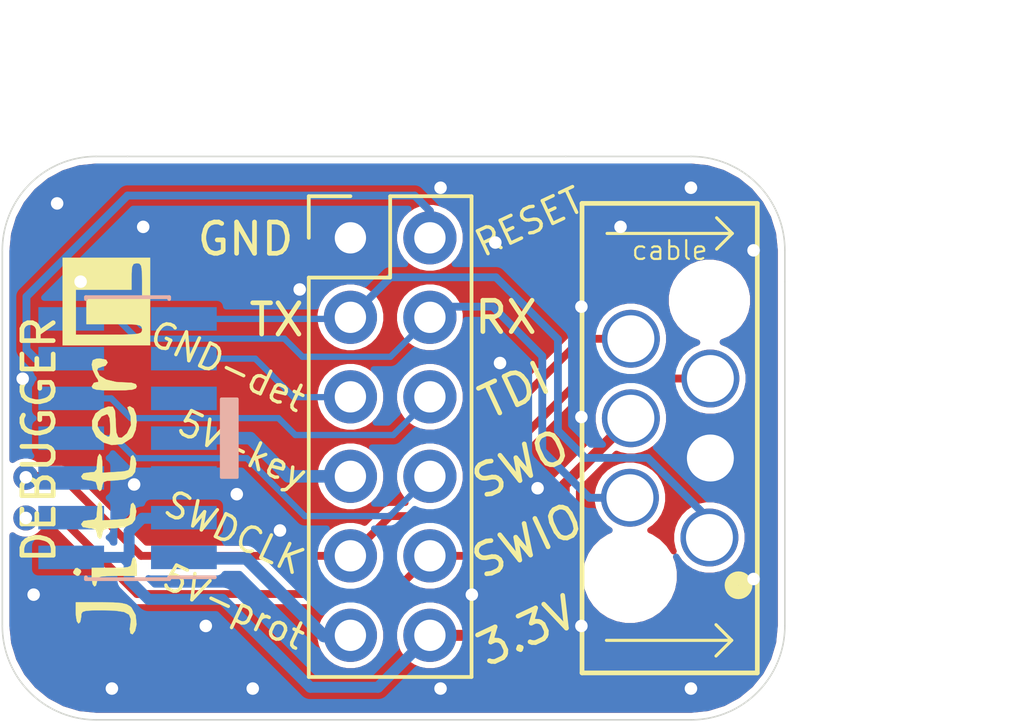
<source format=kicad_pcb>
(kicad_pcb (version 20171130) (host pcbnew 5.1.10-88a1d61d58~88~ubuntu18.04.1)

  (general
    (thickness 1.6)
    (drawings 27)
    (tracks 117)
    (zones 0)
    (modules 4)
    (nets 13)
  )

  (page A4)
  (layers
    (0 F.Cu signal)
    (31 B.Cu signal)
    (32 B.Adhes user)
    (33 F.Adhes user)
    (34 B.Paste user)
    (35 F.Paste user)
    (36 B.SilkS user)
    (37 F.SilkS user)
    (38 B.Mask user)
    (39 F.Mask user)
    (40 Dwgs.User user)
    (41 Cmts.User user)
    (42 Eco1.User user)
    (43 Eco2.User user)
    (44 Edge.Cuts user)
    (45 Margin user)
    (46 B.CrtYd user)
    (47 F.CrtYd user)
    (48 B.Fab user hide)
    (49 F.Fab user hide)
  )

  (setup
    (last_trace_width 0.25)
    (trace_clearance 0.15)
    (zone_clearance 0.2)
    (zone_45_only no)
    (trace_min 0.2)
    (via_size 0.8)
    (via_drill 0.4)
    (via_min_size 0.4)
    (via_min_drill 0.3)
    (uvia_size 0.3)
    (uvia_drill 0.1)
    (uvias_allowed no)
    (uvia_min_size 0.2)
    (uvia_min_drill 0.1)
    (edge_width 0.05)
    (segment_width 0.2)
    (pcb_text_width 0.3)
    (pcb_text_size 1.5 1.5)
    (mod_edge_width 0.12)
    (mod_text_size 1 1)
    (mod_text_width 0.15)
    (pad_size 2.1 3)
    (pad_drill 0)
    (pad_to_mask_clearance 0)
    (aux_axis_origin 0 0)
    (visible_elements 7FFFFFFF)
    (pcbplotparams
      (layerselection 0x010f4_ffffffff)
      (usegerberextensions false)
      (usegerberattributes false)
      (usegerberadvancedattributes true)
      (creategerberjobfile true)
      (excludeedgelayer true)
      (linewidth 0.100000)
      (plotframeref false)
      (viasonmask false)
      (mode 1)
      (useauxorigin false)
      (hpglpennumber 1)
      (hpglpenspeed 20)
      (hpglpendiameter 15.000000)
      (psnegative false)
      (psa4output false)
      (plotreference true)
      (plotvalue true)
      (plotinvisibletext false)
      (padsonsilk false)
      (subtractmaskfromsilk false)
      (outputformat 1)
      (mirror false)
      (drillshape 0)
      (scaleselection 1)
      (outputdirectory "production/"))
  )

  (net 0 "")
  (net 1 +3V3)
  (net 2 GND)
  (net 3 /SWIO)
  (net 4 /SWDCLK)
  (net 5 /Tx-host-viewpoint)
  (net 6 /Rx-host-viewpoint)
  (net 7 /Reset)
  (net 8 /GND_detect)
  (net 9 /TDI)
  (net 10 /SWO_TDO)
  (net 11 /5V_key)
  (net 12 +5P)

  (net_class Default "This is the default net class."
    (clearance 0.15)
    (trace_width 0.25)
    (via_dia 0.8)
    (via_drill 0.4)
    (uvia_dia 0.3)
    (uvia_drill 0.1)
    (add_net +3V3)
    (add_net +5P)
    (add_net /5V_key)
    (add_net /GND_detect)
    (add_net /Reset)
    (add_net /Rx-host-viewpoint)
    (add_net /SWDCLK)
    (add_net /SWIO)
    (add_net /SWO_TDO)
    (add_net /TDI)
    (add_net /Tx-host-viewpoint)
    (add_net GND)
  )

  (module Connector_PinSocket_1.27mm:PinSocket_2x07_P1.27mm_Vertical_SMD (layer B.Cu) (tedit 5A19A41C) (tstamp 61BC742F)
    (at 172 108)
    (descr "surface-mounted straight socket strip, 2x07, 1.27mm pitch, double cols (from Kicad 4.0.7!), script generated")
    (tags "Surface mounted socket strip SMD 2x07 1.27mm double row")
    (path /61A3634E)
    (attr smd)
    (fp_text reference J1 (at 0 5.945) (layer B.SilkS) hide
      (effects (font (size 1 1) (thickness 0.15)) (justify mirror))
    )
    (fp_text value FLE-107-01-G-DV (at 0 -5.945) (layer B.Fab)
      (effects (font (size 1 1) (thickness 0.15)) (justify mirror))
    )
    (fp_text user %R (at 0 0 -90) (layer B.Fab)
      (effects (font (size 1 1) (thickness 0.15)) (justify mirror))
    )
    (fp_line (start -1.33 4.505) (end 1.33 4.505) (layer B.SilkS) (width 0.12))
    (fp_line (start 1.33 4.505) (end 1.33 4.445) (layer B.SilkS) (width 0.12))
    (fp_line (start 1.33 -4.445) (end 1.33 -4.505) (layer B.SilkS) (width 0.12))
    (fp_line (start -1.33 -4.505) (end 1.33 -4.505) (layer B.SilkS) (width 0.12))
    (fp_line (start -1.33 4.505) (end -1.33 4.445) (layer B.SilkS) (width 0.12))
    (fp_line (start -1.33 -4.445) (end -1.33 -4.505) (layer B.SilkS) (width 0.12))
    (fp_line (start 1.33 4.445) (end 2.79 4.445) (layer B.SilkS) (width 0.12))
    (fp_line (start -1.27 4.445) (end 0.635 4.445) (layer B.Fab) (width 0.1))
    (fp_line (start 0.635 4.445) (end 1.27 3.81) (layer B.Fab) (width 0.1))
    (fp_line (start 1.27 3.81) (end 1.27 -4.445) (layer B.Fab) (width 0.1))
    (fp_line (start 1.27 -4.445) (end -1.27 -4.445) (layer B.Fab) (width 0.1))
    (fp_line (start -1.27 -4.445) (end -1.27 4.445) (layer B.Fab) (width 0.1))
    (fp_line (start -2.555 4.01) (end -1.27 4.01) (layer B.Fab) (width 0.1))
    (fp_line (start -1.27 3.61) (end -2.555 3.61) (layer B.Fab) (width 0.1))
    (fp_line (start -2.555 3.61) (end -2.555 4.01) (layer B.Fab) (width 0.1))
    (fp_line (start 1.27 4.01) (end 2.555 4.01) (layer B.Fab) (width 0.1))
    (fp_line (start 2.555 4.01) (end 2.555 3.61) (layer B.Fab) (width 0.1))
    (fp_line (start 2.555 3.61) (end 1.27 3.61) (layer B.Fab) (width 0.1))
    (fp_line (start -2.555 2.74) (end -1.27 2.74) (layer B.Fab) (width 0.1))
    (fp_line (start -1.27 2.34) (end -2.555 2.34) (layer B.Fab) (width 0.1))
    (fp_line (start -2.555 2.34) (end -2.555 2.74) (layer B.Fab) (width 0.1))
    (fp_line (start 1.27 2.74) (end 2.555 2.74) (layer B.Fab) (width 0.1))
    (fp_line (start 2.555 2.74) (end 2.555 2.34) (layer B.Fab) (width 0.1))
    (fp_line (start 2.555 2.34) (end 1.27 2.34) (layer B.Fab) (width 0.1))
    (fp_line (start -2.555 1.47) (end -1.27 1.47) (layer B.Fab) (width 0.1))
    (fp_line (start -1.27 1.07) (end -2.555 1.07) (layer B.Fab) (width 0.1))
    (fp_line (start -2.555 1.07) (end -2.555 1.47) (layer B.Fab) (width 0.1))
    (fp_line (start 1.27 1.47) (end 2.555 1.47) (layer B.Fab) (width 0.1))
    (fp_line (start 2.555 1.47) (end 2.555 1.07) (layer B.Fab) (width 0.1))
    (fp_line (start 2.555 1.07) (end 1.27 1.07) (layer B.Fab) (width 0.1))
    (fp_line (start -2.555 0.2) (end -1.27 0.2) (layer B.Fab) (width 0.1))
    (fp_line (start -1.27 -0.2) (end -2.555 -0.2) (layer B.Fab) (width 0.1))
    (fp_line (start -2.555 -0.2) (end -2.555 0.2) (layer B.Fab) (width 0.1))
    (fp_line (start 1.27 0.2) (end 2.555 0.2) (layer B.Fab) (width 0.1))
    (fp_line (start 2.555 0.2) (end 2.555 -0.2) (layer B.Fab) (width 0.1))
    (fp_line (start 2.555 -0.2) (end 1.27 -0.2) (layer B.Fab) (width 0.1))
    (fp_line (start -2.555 -1.07) (end -1.27 -1.07) (layer B.Fab) (width 0.1))
    (fp_line (start -1.27 -1.47) (end -2.555 -1.47) (layer B.Fab) (width 0.1))
    (fp_line (start -2.555 -1.47) (end -2.555 -1.07) (layer B.Fab) (width 0.1))
    (fp_line (start 1.27 -1.07) (end 2.555 -1.07) (layer B.Fab) (width 0.1))
    (fp_line (start 2.555 -1.07) (end 2.555 -1.47) (layer B.Fab) (width 0.1))
    (fp_line (start 2.555 -1.47) (end 1.27 -1.47) (layer B.Fab) (width 0.1))
    (fp_line (start -2.555 -2.34) (end -1.27 -2.34) (layer B.Fab) (width 0.1))
    (fp_line (start -1.27 -2.74) (end -2.555 -2.74) (layer B.Fab) (width 0.1))
    (fp_line (start -2.555 -2.74) (end -2.555 -2.34) (layer B.Fab) (width 0.1))
    (fp_line (start 1.27 -2.34) (end 2.555 -2.34) (layer B.Fab) (width 0.1))
    (fp_line (start 2.555 -2.34) (end 2.555 -2.74) (layer B.Fab) (width 0.1))
    (fp_line (start 2.555 -2.74) (end 1.27 -2.74) (layer B.Fab) (width 0.1))
    (fp_line (start -2.555 -3.61) (end -1.27 -3.61) (layer B.Fab) (width 0.1))
    (fp_line (start -1.27 -4.01) (end -2.555 -4.01) (layer B.Fab) (width 0.1))
    (fp_line (start -2.555 -4.01) (end -2.555 -3.61) (layer B.Fab) (width 0.1))
    (fp_line (start 1.27 -3.61) (end 2.555 -3.61) (layer B.Fab) (width 0.1))
    (fp_line (start 2.555 -3.61) (end 2.555 -4.01) (layer B.Fab) (width 0.1))
    (fp_line (start 2.555 -4.01) (end 1.27 -4.01) (layer B.Fab) (width 0.1))
    (fp_line (start -3.35 4.95) (end 3.35 4.95) (layer B.CrtYd) (width 0.05))
    (fp_line (start 3.35 4.95) (end 3.35 -4.95) (layer B.CrtYd) (width 0.05))
    (fp_line (start 3.35 -4.95) (end -3.35 -4.95) (layer B.CrtYd) (width 0.05))
    (fp_line (start -3.35 -4.95) (end -3.35 4.95) (layer B.CrtYd) (width 0.05))
    (pad 14 smd rect (at -1.8 -3.81) (size 2.1 0.75) (layers B.Cu B.Paste B.Mask)
      (net 6 /Rx-host-viewpoint))
    (pad 13 smd rect (at 1.8 -3.81) (size 2.1 0.75) (layers B.Cu B.Paste B.Mask)
      (net 5 /Tx-host-viewpoint))
    (pad 12 smd rect (at -1.8 -2.54) (size 2.1 0.75) (layers B.Cu B.Paste B.Mask)
      (net 7 /Reset))
    (pad 11 smd rect (at 1.8 -2.54) (size 2.1 0.75) (layers B.Cu B.Paste B.Mask)
      (net 8 /GND_detect))
    (pad 10 smd rect (at -1.8 -1.27) (size 2.1 0.75) (layers B.Cu B.Paste B.Mask)
      (net 9 /TDI))
    (pad 9 smd rect (at 1.8 -1.27) (size 2.1 0.75) (layers B.Cu B.Paste B.Mask))
    (pad 8 smd rect (at -1.8 0) (size 2.1 0.75) (layers B.Cu B.Paste B.Mask)
      (net 10 /SWO_TDO))
    (pad 7 smd rect (at 1.8 0) (size 2.1 0.75) (layers B.Cu B.Paste B.Mask)
      (net 11 /5V_key))
    (pad 6 smd rect (at -1.8 1.27) (size 2.1 0.75) (layers B.Cu B.Paste B.Mask)
      (net 4 /SWDCLK))
    (pad 5 smd rect (at 1.8 1.27) (size 2.1 0.75) (layers B.Cu B.Paste B.Mask)
      (net 2 GND))
    (pad 4 smd rect (at -1.8 2.54) (size 2.1 0.75) (layers B.Cu B.Paste B.Mask)
      (net 3 /SWIO))
    (pad 3 smd rect (at 1.8 2.54) (size 2.1 0.75) (layers B.Cu B.Paste B.Mask)
      (net 1 +3V3))
    (pad 2 smd rect (at -1.8 3.81) (size 2.1 0.75) (layers B.Cu B.Paste B.Mask)
      (net 1 +3V3))
    (pad 1 smd rect (at 1.8 3.81) (size 2.1 0.75) (layers B.Cu B.Paste B.Mask)
      (net 12 +5P))
    (model ${KISYS3DMOD}/Connector_PinSocket_1.27mm.3dshapes/PinSocket_2x07_P1.27mm_Vertical_SMD.wrl
      (at (xyz 0 0 0))
      (scale (xyz 1 1 1))
      (rotate (xyz 0 0 0))
    )
  )

  (module Jitter_Logos:Jitter-mini (layer F.Cu) (tedit 5E176D10) (tstamp 61A15FC7)
    (at 169.98 102.22 90)
    (path /61A1970E)
    (attr virtual)
    (fp_text reference LOGO1 (at -6.2 1.3 90) (layer F.SilkS) hide
      (effects (font (size 1.524 1.524) (thickness 0.3)))
    )
    (fp_text value LOGO (at -5.45 1.3 90) (layer F.SilkS) hide
      (effects (font (size 1.524 1.524) (thickness 0.3)))
    )
    (fp_poly (pts (xy -9.940085 0.351773) (xy -9.925334 0.411) (xy -9.993107 0.523249) (xy -10.052334 0.538)
      (xy -10.164582 0.470227) (xy -10.179334 0.411) (xy -10.111561 0.298752) (xy -10.052334 0.284)
      (xy -9.940085 0.351773)) (layer F.SilkS) (width 0.01))
    (fp_poly (pts (xy -3.290628 0.908409) (xy -3.240314 1.036203) (xy -3.236667 1.130667) (xy -3.274531 1.332319)
      (xy -3.363667 1.384667) (xy -3.467095 1.314081) (xy -3.490667 1.215334) (xy -3.541537 1.078056)
      (xy -3.612866 1.046) (xy -3.781988 1.124394) (xy -3.911524 1.338031) (xy -3.986326 1.654592)
      (xy -3.998667 1.869172) (xy -4.010964 2.143556) (xy -4.053878 2.281768) (xy -4.125667 2.316)
      (xy -4.18916 2.285275) (xy -4.228021 2.173433) (xy -4.247454 1.950973) (xy -4.252667 1.596334)
      (xy -4.247245 1.236538) (xy -4.227508 1.016331) (xy -4.188251 0.90621) (xy -4.125667 0.876667)
      (xy -4.014564 0.944816) (xy -3.998667 1.008468) (xy -3.983362 1.092938) (xy -3.907478 1.073057)
      (xy -3.810495 1.008468) (xy -3.59388 0.906488) (xy -3.429495 0.876667) (xy -3.290628 0.908409)) (layer F.SilkS) (width 0.01))
    (fp_poly (pts (xy -4.992477 0.997572) (xy -4.859849 1.174954) (xy -4.769519 1.410281) (xy -4.778276 1.549742)
      (xy -4.907506 1.617595) (xy -5.178594 1.638097) (xy -5.268667 1.638667) (xy -5.593546 1.658539)
      (xy -5.75855 1.72173) (xy -5.76883 1.833607) (xy -5.629533 1.999531) (xy -5.621834 2.006545)
      (xy -5.366995 2.131369) (xy -5.067442 2.116863) (xy -4.924434 2.059021) (xy -4.796274 2.015055)
      (xy -4.760688 2.087792) (xy -4.760667 2.09148) (xy -4.83361 2.214065) (xy -5.018071 2.288106)
      (xy -5.262496 2.310688) (xy -5.515334 2.278895) (xy -5.725032 2.189812) (xy -5.774514 2.14882)
      (xy -5.967991 1.849726) (xy -5.999055 1.511847) (xy -5.962423 1.394636) (xy -5.739272 1.394636)
      (xy -5.720447 1.450327) (xy -5.583954 1.467912) (xy -5.405994 1.469334) (xy -5.142363 1.450642)
      (xy -5.024995 1.390729) (xy -5.014667 1.3527) (xy -5.086967 1.185986) (xy -5.254407 1.073873)
      (xy -5.402651 1.060175) (xy -5.554731 1.148294) (xy -5.671045 1.278834) (xy -5.739272 1.394636)
      (xy -5.962423 1.394636) (xy -5.917518 1.250956) (xy -5.733341 1.017431) (xy -5.486637 0.895121)
      (xy -5.224113 0.887383) (xy -4.992477 0.997572)) (layer F.SilkS) (width 0.01))
    (fp_poly (pts (xy -6.903508 0.613728) (xy -6.877334 0.792) (xy -6.860814 0.962653) (xy -6.777024 1.032648)
      (xy -6.581 1.046) (xy -6.385133 1.067266) (xy -6.287227 1.119555) (xy -6.284667 1.130667)
      (xy -6.359174 1.186298) (xy -6.542718 1.214476) (xy -6.585425 1.215334) (xy -6.886183 1.215334)
      (xy -6.860592 1.659834) (xy -6.84079 1.918164) (xy -6.800829 2.04988) (xy -6.711873 2.097478)
      (xy -6.559555 2.103498) (xy -6.365362 2.1316) (xy -6.320612 2.195945) (xy -6.419953 2.264138)
      (xy -6.591847 2.298942) (xy -6.864211 2.257303) (xy -6.987494 2.165275) (xy -7.096425 1.935161)
      (xy -7.131334 1.610833) (xy -7.141587 1.367244) (xy -7.184502 1.249782) (xy -7.278315 1.215857)
      (xy -7.300667 1.215334) (xy -7.438248 1.179877) (xy -7.47 1.130667) (xy -7.399088 1.061877)
      (xy -7.300667 1.046) (xy -7.17672 1.006084) (xy -7.133081 0.857567) (xy -7.131334 0.792)
      (xy -7.09347 0.590348) (xy -7.004334 0.538) (xy -6.903508 0.613728)) (layer F.SilkS) (width 0.01))
    (fp_poly (pts (xy -8.427508 0.613728) (xy -8.401334 0.792) (xy -8.384814 0.962653) (xy -8.301024 1.032648)
      (xy -8.105 1.046) (xy -7.909133 1.067266) (xy -7.811227 1.119555) (xy -7.808667 1.130667)
      (xy -7.883174 1.186298) (xy -8.066718 1.214476) (xy -8.109425 1.215334) (xy -8.410183 1.215334)
      (xy -8.384592 1.659834) (xy -8.36479 1.918164) (xy -8.324829 2.04988) (xy -8.235873 2.097478)
      (xy -8.083555 2.103498) (xy -7.889362 2.1316) (xy -7.844612 2.195945) (xy -7.943953 2.264138)
      (xy -8.115847 2.298942) (xy -8.388211 2.257303) (xy -8.511494 2.165275) (xy -8.620425 1.935161)
      (xy -8.655334 1.610833) (xy -8.665587 1.367244) (xy -8.708502 1.249782) (xy -8.802315 1.215857)
      (xy -8.824667 1.215334) (xy -8.962248 1.179877) (xy -8.994 1.130667) (xy -8.923088 1.061877)
      (xy -8.824667 1.046) (xy -8.70072 1.006084) (xy -8.657081 0.857567) (xy -8.655334 0.792)
      (xy -8.61747 0.590348) (xy -8.528334 0.538) (xy -8.427508 0.613728)) (layer F.SilkS) (width 0.01))
    (fp_poly (pts (xy -9.925334 1.511667) (xy -9.921334 1.836334) (xy -9.903098 2.02683) (xy -9.861266 2.118245)
      (xy -9.786482 2.145671) (xy -9.756 2.146667) (xy -9.61842 2.182123) (xy -9.586667 2.231334)
      (xy -9.661096 2.287296) (xy -9.844111 2.315269) (xy -9.883 2.316) (xy -10.179334 2.316)
      (xy -10.179334 1.681) (xy -10.183333 1.356333) (xy -10.20157 1.165837) (xy -10.243402 1.074422)
      (xy -10.318186 1.046996) (xy -10.348667 1.046) (xy -10.486248 1.010544) (xy -10.518 0.961334)
      (xy -10.443572 0.905371) (xy -10.260557 0.877398) (xy -10.221667 0.876667) (xy -9.925334 0.876667)
      (xy -9.925334 1.511667)) (layer F.SilkS) (width 0.01))
    (fp_poly (pts (xy -11.026 1.173) (xy -11.030747 1.562509) (xy -11.049481 1.821592) (xy -11.088941 1.989002)
      (xy -11.155867 2.10349) (xy -11.195334 2.146667) (xy -11.428599 2.275792) (xy -11.72546 2.306901)
      (xy -11.936167 2.259927) (xy -12.046537 2.180178) (xy -12.017838 2.114103) (xy -11.87954 2.09179)
      (xy -11.784533 2.105095) (xy -11.56595 2.128639) (xy -11.419345 2.070648) (xy -11.331593 1.908813)
      (xy -11.289572 1.620821) (xy -11.28 1.2473) (xy -11.282015 0.901848) (xy -11.294776 0.69196)
      (xy -11.32836 0.583869) (xy -11.392845 0.543806) (xy -11.491667 0.538) (xy -11.650782 0.509018)
      (xy -11.703334 0.453334) (xy -11.628222 0.400315) (xy -11.440582 0.370826) (xy -11.364667 0.368667)
      (xy -11.026 0.368667) (xy -11.026 1.173)) (layer F.SilkS) (width 0.01))
    (fp_poly (pts (xy -0.019334 2.739334) (xy -2.813334 2.739334) (xy -2.813334 0.368667) (xy -2.474667 0.368667)
      (xy -2.474667 1.427) (xy -2.473125 1.86621) (xy -2.465564 2.163603) (xy -2.447583 2.346685)
      (xy -2.414781 2.442965) (xy -2.362756 2.479951) (xy -2.305334 2.485334) (xy -2.229792 2.474187)
      (xy -2.180799 2.420788) (xy -2.152651 2.2952) (xy -2.139647 2.067484) (xy -2.136084 1.707703)
      (xy -2.136 1.596334) (xy -2.136 0.707334) (xy -1.289334 0.707334) (xy -1.289334 2.485334)
      (xy -0.739 2.485334) (xy -0.441169 2.480056) (xy -0.275121 2.456548) (xy -0.203439 2.403296)
      (xy -0.188667 2.316) (xy -0.210955 2.214433) (xy -0.305558 2.163778) (xy -0.514084 2.147391)
      (xy -0.612 2.146667) (xy -1.035334 2.146667) (xy -1.035334 0.368667) (xy -2.474667 0.368667)
      (xy -2.813334 0.368667) (xy -2.813334 -0.054666) (xy -0.019334 -0.054666) (xy -0.019334 2.739334)) (layer F.SilkS) (width 0.01))
  )

  (module Jitter_Footprints:WR-WST_REDFIT-6-pins_490107670612-adapter_to_pcb (layer F.Cu) (tedit 61A0E22B) (tstamp 61A1727D)
    (at 189.32 108 270)
    (path /603F6716)
    (attr virtual)
    (fp_text reference J3 (at -0.01 4.11 90) (layer F.SilkS) hide
      (effects (font (size 1 1) (thickness 0.15)))
    )
    (fp_text value DNI (at 0.85 2.5 90) (layer F.Fab) hide
      (effects (font (size 1 1) (thickness 0.15)))
    )
    (fp_line (start -6.54 2) (end -6.54 -2) (layer F.SilkS) (width 0.1))
    (fp_line (start -7.04 -1.5) (end -6.54 -2) (layer F.SilkS) (width 0.1))
    (fp_line (start -6.54 -2) (end -6.04 -1.5) (layer F.SilkS) (width 0.1))
    (fp_line (start 6.46 -1.98) (end 6.96 -1.48) (layer F.SilkS) (width 0.1))
    (fp_line (start 5.96 -1.48) (end 6.46 -1.98) (layer F.SilkS) (width 0.1))
    (fp_line (start 6.46 2.02) (end 6.46 -1.98) (layer F.SilkS) (width 0.1))
    (fp_line (start -7.5 2.8) (end -7.5 -2.8) (layer F.SilkS) (width 0.15))
    (fp_line (start -7.5 -2.8) (end 7.5 -2.8) (layer F.SilkS) (width 0.15))
    (fp_line (start 7.5 2.8) (end -7.5 2.8) (layer F.SilkS) (width 0.15))
    (fp_line (start 7.5 -2.8) (end 7.5 2.8) (layer F.SilkS) (width 0.15))
    (fp_circle (center 4.7 -2.2) (end 4.923607 -2.2) (layer F.SilkS) (width 0.44))
    (fp_line (start 7 -2.8) (end -7 -2.8) (layer F.Fab) (width 0.05))
    (fp_line (start -7 -2.8) (end -7 2.8) (layer F.Fab) (width 0.05))
    (fp_line (start -7 2.8) (end 7 2.8) (layer F.Fab) (width 0.05))
    (fp_line (start 7 2.8) (end 7 -2.8) (layer F.Fab) (width 0.05))
    (fp_line (start 7.7 3) (end 7.7 -3) (layer F.CrtYd) (width 0.12))
    (fp_line (start 7.7 -3) (end -7.7 -3) (layer F.CrtYd) (width 0.12))
    (fp_line (start -7.7 -3) (end -7.7 3) (layer F.CrtYd) (width 0.12))
    (fp_line (start -7.7 3) (end 7.7 3) (layer F.CrtYd) (width 0.12))
    (fp_text user cable (at -6 0 180) (layer F.SilkS)
      (effects (font (size 0.6 0.6) (thickness 0.07)))
    )
    (fp_text user %R (at 0 0 90) (layer F.Fab)
      (effects (font (size 1 1) (thickness 0.15)))
    )
    (pad 2 thru_hole circle (at 1.905 1.27 270) (size 1.85 1.85) (drill 1.5) (layers *.Cu *.Mask)
      (net 6 /Rx-host-viewpoint))
    (pad 4 thru_hole circle (at -0.635 1.24 270) (size 1.85 1.85) (drill 1.5) (layers *.Cu *.Mask)
      (net 1 +3V3))
    (pad 6 thru_hole circle (at -3.175 1.24 270) (size 1.85 1.85) (drill 1.5) (layers *.Cu *.Mask)
      (net 4 /SWDCLK))
    (pad 5 thru_hole circle (at -1.905 -1.3 270) (size 1.85 1.85) (drill 1.5) (layers *.Cu *.Mask)
      (net 3 /SWIO))
    (pad 3 thru_hole circle (at 0.635 -1.3 270) (size 1.85 1.85) (drill 1.5) (layers *.Cu *.Mask)
      (net 2 GND))
    (pad 1 thru_hole circle (at 3.175 -1.27 270) (size 1.85 1.85) (drill 1.5) (layers *.Cu *.Mask)
      (net 5 /Tx-host-viewpoint))
    (pad "" np_thru_hole circle (at 4.405 1.27 270) (size 2.6 2.6) (drill 2.6) (layers *.Cu *.Mask))
    (pad "" np_thru_hole circle (at -4.405 -1.27 270) (size 2.2 2.2) (drill 2.2) (layers *.Cu *.Mask))
    (model :jitter:490107670612.stp
      (offset (xyz -2.4 0 5.9))
      (scale (xyz 1 1 1))
      (rotate (xyz 0 0 0))
    )
  )

  (module Connector_PinHeader_2.54mm:PinHeader_2x06_P2.54mm_Vertical (layer F.Cu) (tedit 59FED5CC) (tstamp 61A1725A)
    (at 179.12 101.6)
    (descr "Through hole straight pin header, 2x06, 2.54mm pitch, double rows")
    (tags "Through hole pin header THT 2x06 2.54mm double row")
    (path /61A41CE6)
    (fp_text reference J2 (at 1.2 -1.9) (layer F.SilkS) hide
      (effects (font (size 1 1) (thickness 0.15)))
    )
    (fp_text value Conn_01x12_Male (at 1 16.2) (layer F.Fab)
      (effects (font (size 1 1) (thickness 0.15)))
    )
    (fp_line (start 0 -1.27) (end 3.81 -1.27) (layer F.Fab) (width 0.1))
    (fp_line (start 3.81 -1.27) (end 3.81 13.97) (layer F.Fab) (width 0.1))
    (fp_line (start 3.81 13.97) (end -1.27 13.97) (layer F.Fab) (width 0.1))
    (fp_line (start -1.27 13.97) (end -1.27 0) (layer F.Fab) (width 0.1))
    (fp_line (start -1.27 0) (end 0 -1.27) (layer F.Fab) (width 0.1))
    (fp_line (start -1.33 14.03) (end 3.87 14.03) (layer F.SilkS) (width 0.12))
    (fp_line (start -1.33 1.27) (end -1.33 14.03) (layer F.SilkS) (width 0.12))
    (fp_line (start 3.87 -1.33) (end 3.87 14.03) (layer F.SilkS) (width 0.12))
    (fp_line (start -1.33 1.27) (end 1.27 1.27) (layer F.SilkS) (width 0.12))
    (fp_line (start 1.27 1.27) (end 1.27 -1.33) (layer F.SilkS) (width 0.12))
    (fp_line (start 1.27 -1.33) (end 3.87 -1.33) (layer F.SilkS) (width 0.12))
    (fp_line (start -1.33 0) (end -1.33 -1.33) (layer F.SilkS) (width 0.12))
    (fp_line (start -1.33 -1.33) (end 0 -1.33) (layer F.SilkS) (width 0.12))
    (fp_line (start -1.8 -1.8) (end -1.8 14.5) (layer F.CrtYd) (width 0.05))
    (fp_line (start -1.8 14.5) (end 4.35 14.5) (layer F.CrtYd) (width 0.05))
    (fp_line (start 4.35 14.5) (end 4.35 -1.8) (layer F.CrtYd) (width 0.05))
    (fp_line (start 4.35 -1.8) (end -1.8 -1.8) (layer F.CrtYd) (width 0.05))
    (fp_text user %R (at 0 6 90) (layer F.Fab)
      (effects (font (size 1 1) (thickness 0.15)))
    )
    (pad 12 thru_hole oval (at 2.54 12.7) (size 1.7 1.7) (drill 1) (layers *.Cu *.Mask)
      (net 1 +3V3))
    (pad 11 thru_hole oval (at 0 12.7) (size 1.7 1.7) (drill 1) (layers *.Cu *.Mask)
      (net 12 +5P))
    (pad 10 thru_hole oval (at 2.54 10.16) (size 1.7 1.7) (drill 1) (layers *.Cu *.Mask)
      (net 3 /SWIO))
    (pad 9 thru_hole oval (at 0 10.16) (size 1.7 1.7) (drill 1) (layers *.Cu *.Mask)
      (net 4 /SWDCLK))
    (pad 8 thru_hole oval (at 2.54 7.62) (size 1.7 1.7) (drill 1) (layers *.Cu *.Mask)
      (net 10 /SWO_TDO))
    (pad 7 thru_hole oval (at 0 7.62) (size 1.7 1.7) (drill 1) (layers *.Cu *.Mask)
      (net 11 /5V_key))
    (pad 6 thru_hole oval (at 2.54 5.08) (size 1.7 1.7) (drill 1) (layers *.Cu *.Mask)
      (net 9 /TDI))
    (pad 5 thru_hole oval (at 0 5.08) (size 1.7 1.7) (drill 1) (layers *.Cu *.Mask)
      (net 8 /GND_detect))
    (pad 4 thru_hole oval (at 2.54 2.54) (size 1.7 1.7) (drill 1) (layers *.Cu *.Mask)
      (net 6 /Rx-host-viewpoint))
    (pad 3 thru_hole oval (at 0 2.54) (size 1.7 1.7) (drill 1) (layers *.Cu *.Mask)
      (net 5 /Tx-host-viewpoint))
    (pad 2 thru_hole oval (at 2.54 0) (size 1.7 1.7) (drill 1) (layers *.Cu *.Mask)
      (net 7 /Reset))
    (pad 1 thru_hole rect (at 0 0) (size 1.7 1.7) (drill 1) (layers *.Cu *.Mask)
      (net 2 GND))
    (model ${KISYS3DMOD}/Connector_PinHeader_2.54mm.3dshapes/PinHeader_2x06_P2.54mm_Vertical.wrl
      (at (xyz 0 0 0))
      (scale (xyz 1 1 1))
      (rotate (xyz 0 0 0))
    )
  )

  (gr_poly (pts (xy 175.5 109.25) (xy 175 109.25) (xy 175 106.75) (xy 175.5 106.75)) (layer B.SilkS) (width 0.1))
  (dimension 25 (width 0.15) (layer Dwgs.User)
    (gr_text "25.000 mm" (at 180.5 94.7) (layer Dwgs.User)
      (effects (font (size 1 1) (thickness 0.15)))
    )
    (feature1 (pts (xy 193 102) (xy 193 95.413579)))
    (feature2 (pts (xy 168 102) (xy 168 95.413579)))
    (crossbar (pts (xy 168 96) (xy 193 96)))
    (arrow1a (pts (xy 193 96) (xy 191.873496 96.586421)))
    (arrow1b (pts (xy 193 96) (xy 191.873496 95.413579)))
    (arrow2a (pts (xy 168 96) (xy 169.126504 96.586421)))
    (arrow2b (pts (xy 168 96) (xy 169.126504 95.413579)))
  )
  (dimension 18 (width 0.15) (layer Dwgs.User)
    (gr_text "18.000 mm" (at 199.3 108 270) (layer Dwgs.User)
      (effects (font (size 1 1) (thickness 0.15)))
    )
    (feature1 (pts (xy 190 117) (xy 198.586421 117)))
    (feature2 (pts (xy 190 99) (xy 198.586421 99)))
    (crossbar (pts (xy 198 99) (xy 198 117)))
    (arrow1a (pts (xy 198 117) (xy 197.413579 115.873496)))
    (arrow1b (pts (xy 198 117) (xy 198.586421 115.873496)))
    (arrow2a (pts (xy 198 99) (xy 197.413579 100.126504)))
    (arrow2b (pts (xy 198 99) (xy 198.586421 100.126504)))
  )
  (gr_text GND-det (at 175.2 105.7 -25) (layer F.SilkS)
    (effects (font (size 0.8 0.8) (thickness 0.11)))
  )
  (gr_text TX (at 176.76 104.22) (layer F.SilkS)
    (effects (font (size 1 1) (thickness 0.15)))
  )
  (gr_text 5V-key (at 175.67 108.36 -25) (layer F.SilkS)
    (effects (font (size 0.8 0.8) (thickness 0.11)))
  )
  (gr_text SWDCLK (at 175.41 111.02 -25) (layer F.SilkS)
    (effects (font (size 0.8 0.8) (thickness 0.11)))
  )
  (gr_text 5V-prot (at 175.4 113.39 -25) (layer F.SilkS)
    (effects (font (size 0.8 0.8) (thickness 0.11)))
  )
  (gr_text RESET (at 184.83 101.09 25) (layer F.SilkS)
    (effects (font (size 0.8 0.8) (thickness 0.11)))
  )
  (gr_text RX (at 184.09 104.14) (layer F.SilkS)
    (effects (font (size 1 1) (thickness 0.15)))
  )
  (gr_text TDI (at 184.37 106.47 25) (layer F.SilkS)
    (effects (font (size 1 1) (thickness 0.15)))
  )
  (gr_text SWO (at 184.56 108.84 25) (layer F.SilkS)
    (effects (font (size 1 1) (thickness 0.15)))
  )
  (gr_text SWIO (at 184.77 111.28 25) (layer F.SilkS)
    (effects (font (size 1 1) (thickness 0.15)))
  )
  (gr_text 3.3V (at 184.75 114.16 25) (layer F.SilkS)
    (effects (font (size 1 1) (thickness 0.15)))
  )
  (gr_text GND (at 175.77 101.64) (layer F.SilkS)
    (effects (font (size 1 1) (thickness 0.15)))
  )
  (gr_text DEBUGGER (at 169.17 108.05 90) (layer F.SilkS)
    (effects (font (size 1 1) (thickness 0.15)))
  )
  (gr_line (start 168 114) (end 168 102) (layer Edge.Cuts) (width 0.05) (tstamp 61A15413))
  (gr_arc (start 171 114) (end 168 114) (angle -90) (layer Edge.Cuts) (width 0.05))
  (gr_arc (start 171 102) (end 171 99) (angle -90) (layer Edge.Cuts) (width 0.05))
  (gr_arc (start 190 102) (end 193 102) (angle -90) (layer Edge.Cuts) (width 0.05))
  (gr_arc (start 190 114) (end 190 117) (angle -90) (layer Edge.Cuts) (width 0.05))
  (gr_line (start 193 103) (end 193 102) (layer Edge.Cuts) (width 0.05))
  (gr_line (start 193 114) (end 193 103) (layer Edge.Cuts) (width 0.05))
  (gr_line (start 190 99) (end 186 99) (layer Edge.Cuts) (width 0.05) (tstamp 61A1540D))
  (gr_line (start 171 117) (end 190 117) (layer Edge.Cuts) (width 0.05))
  (gr_line (start 171 99) (end 172 99) (layer Edge.Cuts) (width 0.05) (tstamp 61A1540B))
  (gr_line (start 186 99) (end 172 99) (layer Edge.Cuts) (width 0.05))

  (segment (start 184.32 114.3) (end 181.66 114.3) (width 0.35) (layer F.Cu) (net 1))
  (segment (start 185.95 112.67) (end 184.32 114.3) (width 0.35) (layer F.Cu) (net 1))
  (segment (start 185.95 109.495) (end 185.95 112.67) (width 0.35) (layer F.Cu) (net 1))
  (segment (start 188.08 107.365) (end 185.95 109.495) (width 0.35) (layer F.Cu) (net 1))
  (segment (start 181.66 114.3) (end 180 115.96) (width 0.35) (layer B.Cu) (net 1))
  (segment (start 180 115.96) (end 177.84 115.96) (width 0.35) (layer B.Cu) (net 1))
  (segment (start 177.84 115.96) (end 175.03 113.15) (width 0.35) (layer B.Cu) (net 1))
  (segment (start 175.03 113.15) (end 172.67 113.15) (width 0.35) (layer B.Cu) (net 1))
  (segment (start 172.67 113.15) (end 172.05 112.53) (width 0.35) (layer B.Cu) (net 1))
  (segment (start 172.05 110.98) (end 172.47 110.56) (width 0.35) (layer B.Cu) (net 1))
  (segment (start 172.47 110.56) (end 173.93 110.56) (width 0.35) (layer B.Cu) (net 1))
  (segment (start 170.2 111.81) (end 171.87 111.81) (width 0.35) (layer B.Cu) (net 1))
  (segment (start 171.87 111.81) (end 172.05 111.99) (width 0.35) (layer B.Cu) (net 1))
  (segment (start 172.05 112.53) (end 172.05 111.99) (width 0.35) (layer B.Cu) (net 1))
  (segment (start 172.05 111.99) (end 172.05 110.98) (width 0.35) (layer B.Cu) (net 1))
  (via (at 168.65 106.1) (size 0.8) (drill 0.4) (layers F.Cu B.Cu) (net 2))
  (via (at 172.21 109.48) (size 0.8) (drill 0.4) (layers F.Cu B.Cu) (net 2))
  (via (at 175.49 109.79) (size 0.8) (drill 0.4) (layers F.Cu B.Cu) (net 2))
  (via (at 176.87 110.95) (size 0.8) (drill 0.4) (layers F.Cu B.Cu) (net 2))
  (via (at 174.5 114) (size 0.8) (drill 0.4) (layers F.Cu B.Cu) (net 2))
  (via (at 169 113) (size 0.8) (drill 0.4) (layers F.Cu B.Cu) (net 2))
  (via (at 171.5 116) (size 0.8) (drill 0.4) (layers F.Cu B.Cu) (net 2))
  (via (at 176 116) (size 0.8) (drill 0.4) (layers F.Cu B.Cu) (net 2))
  (via (at 182 116) (size 0.8) (drill 0.4) (layers F.Cu B.Cu) (net 2))
  (via (at 190 116) (size 0.8) (drill 0.4) (layers F.Cu B.Cu) (net 2))
  (via (at 192 112.5) (size 0.8) (drill 0.4) (layers F.Cu B.Cu) (net 2))
  (via (at 186.5 114) (size 0.8) (drill 0.4) (layers F.Cu B.Cu) (net 2))
  (via (at 183 113) (size 0.8) (drill 0.4) (layers F.Cu B.Cu) (net 2))
  (via (at 185.1 109.6) (size 0.8) (drill 0.4) (layers F.Cu B.Cu) (net 2))
  (via (at 183.9 105.6) (size 0.8) (drill 0.4) (layers F.Cu B.Cu) (net 2))
  (via (at 186.5 103.8) (size 0.8) (drill 0.4) (layers F.Cu B.Cu) (net 2))
  (via (at 192 102) (size 0.8) (drill 0.4) (layers F.Cu B.Cu) (net 2))
  (via (at 190 100) (size 0.8) (drill 0.4) (layers F.Cu B.Cu) (net 2))
  (via (at 182 100) (size 0.8) (drill 0.4) (layers F.Cu B.Cu) (net 2))
  (via (at 169.75 100.5) (size 0.8) (drill 0.4) (layers F.Cu B.Cu) (net 2))
  (via (at 170.5 103) (size 0.8) (drill 0.4) (layers F.Cu B.Cu) (net 2))
  (via (at 172.5 101.25) (size 0.8) (drill 0.4) (layers F.Cu B.Cu) (net 2))
  (via (at 177.5 103.25) (size 0.8) (drill 0.4) (layers F.Cu B.Cu) (net 2))
  (via (at 183.75 101.75) (size 0.8) (drill 0.4) (layers F.Cu B.Cu) (net 2))
  (via (at 187.75 101.25) (size 0.8) (drill 0.4) (layers F.Cu B.Cu) (net 2))
  (via (at 186.5 107.325) (size 0.8) (drill 0.4) (layers F.Cu B.Cu) (net 2))
  (via (at 168.75 110.55) (size 0.8) (drill 0.4) (layers F.Cu B.Cu) (net 3))
  (segment (start 168.75 110.55) (end 170.1 110.55) (width 0.25) (layer B.Cu) (net 3))
  (segment (start 169.87 110.55) (end 168.75 110.55) (width 0.25) (layer F.Cu) (net 3))
  (segment (start 172.3 112.98) (end 169.87 110.55) (width 0.25) (layer F.Cu) (net 3))
  (segment (start 181.66 111.76) (end 180.44 112.98) (width 0.25) (layer F.Cu) (net 3))
  (segment (start 180.44 112.98) (end 172.3 112.98) (width 0.25) (layer F.Cu) (net 3))
  (segment (start 183.28 111.76) (end 181.66 111.76) (width 0.25) (layer F.Cu) (net 3))
  (segment (start 184.3 110.74) (end 183.28 111.76) (width 0.25) (layer F.Cu) (net 3))
  (segment (start 184.3 108.29) (end 184.3 110.74) (width 0.25) (layer F.Cu) (net 3))
  (segment (start 190.62 106.095) (end 186.495 106.095) (width 0.25) (layer F.Cu) (net 3))
  (segment (start 186.495 106.095) (end 184.3 108.29) (width 0.25) (layer F.Cu) (net 3))
  (segment (start 186.515 104.825) (end 188.08 104.825) (width 0.25) (layer F.Cu) (net 4))
  (segment (start 183.81 107.53) (end 186.515 104.825) (width 0.25) (layer F.Cu) (net 4))
  (segment (start 183.23 110.49) (end 183.81 109.91) (width 0.25) (layer F.Cu) (net 4))
  (segment (start 180.39 110.49) (end 183.23 110.49) (width 0.25) (layer F.Cu) (net 4))
  (segment (start 183.81 109.91) (end 183.81 107.53) (width 0.25) (layer F.Cu) (net 4))
  (segment (start 179.12 111.76) (end 180.39 110.49) (width 0.25) (layer F.Cu) (net 4))
  (segment (start 168.72 109.27) (end 168.7 109.25) (width 0.25) (layer B.Cu) (net 4))
  (segment (start 170.2 109.27) (end 168.72 109.27) (width 0.25) (layer B.Cu) (net 4))
  (via (at 168.75 109.25) (size 0.8) (drill 0.4) (layers F.Cu B.Cu) (net 4))
  (segment (start 168.74 109.21) (end 168.7 109.25) (width 0.25) (layer F.Cu) (net 4))
  (segment (start 169.88 109.21) (end 168.74 109.21) (width 0.25) (layer F.Cu) (net 4))
  (segment (start 179.12 111.76) (end 172.43 111.76) (width 0.25) (layer F.Cu) (net 4))
  (segment (start 172.43 111.76) (end 169.88 109.21) (width 0.25) (layer F.Cu) (net 4))
  (segment (start 173.8 104.19) (end 179.21 104.19) (width 0.2) (layer B.Cu) (net 5))
  (segment (start 190.59 110.6) (end 190.59 111.175) (width 0.25) (layer B.Cu) (net 5))
  (segment (start 179.12 104.14) (end 180.4 102.86) (width 0.25) (layer B.Cu) (net 5))
  (segment (start 185.75 104.84) (end 185.75 107.76) (width 0.25) (layer B.Cu) (net 5))
  (segment (start 183.77 102.86) (end 185.75 104.84) (width 0.25) (layer B.Cu) (net 5))
  (segment (start 188.62 108.63) (end 190.59 110.6) (width 0.25) (layer B.Cu) (net 5))
  (segment (start 180.4 102.86) (end 183.77 102.86) (width 0.25) (layer B.Cu) (net 5))
  (segment (start 185.75 107.76) (end 186.62 108.63) (width 0.25) (layer B.Cu) (net 5))
  (segment (start 186.62 108.63) (end 188.62 108.63) (width 0.25) (layer B.Cu) (net 5))
  (segment (start 181.54 104.14) (end 181.66 104.14) (width 0.25) (layer B.Cu) (net 6))
  (segment (start 186.755 109.905) (end 188.05 109.905) (width 0.25) (layer B.Cu) (net 6))
  (segment (start 185.25 108.4) (end 186.755 109.905) (width 0.25) (layer B.Cu) (net 6))
  (segment (start 183.67 103.8) (end 185.25 105.38) (width 0.25) (layer B.Cu) (net 6))
  (segment (start 185.25 105.38) (end 185.25 108.4) (width 0.25) (layer B.Cu) (net 6))
  (segment (start 182 103.8) (end 183.67 103.8) (width 0.25) (layer B.Cu) (net 6))
  (segment (start 181.66 104.14) (end 182 103.8) (width 0.25) (layer B.Cu) (net 6))
  (segment (start 172.3 104.82) (end 171.7 104.22) (width 0.2) (layer B.Cu) (net 6))
  (segment (start 177.01 104.82) (end 172.3 104.82) (width 0.2) (layer B.Cu) (net 6))
  (segment (start 177.59 105.4) (end 177.01 104.82) (width 0.2) (layer B.Cu) (net 6))
  (segment (start 181.66 104.14) (end 180.4 105.4) (width 0.2) (layer B.Cu) (net 6))
  (segment (start 171.7 104.22) (end 170.22 104.22) (width 0.2) (layer B.Cu) (net 6))
  (segment (start 180.4 105.4) (end 177.59 105.4) (width 0.2) (layer B.Cu) (net 6))
  (segment (start 181.66 100.74) (end 181.66 101.6) (width 0.25) (layer B.Cu) (net 7))
  (segment (start 169.06 105.46) (end 168.77 105.17) (width 0.25) (layer B.Cu) (net 7))
  (segment (start 168.77 105.17) (end 168.77 103.48) (width 0.25) (layer B.Cu) (net 7))
  (segment (start 170.2 105.46) (end 169.06 105.46) (width 0.25) (layer B.Cu) (net 7))
  (segment (start 181.17 100.25) (end 181.66 100.74) (width 0.25) (layer B.Cu) (net 7))
  (segment (start 168.77 103.48) (end 172 100.25) (width 0.25) (layer B.Cu) (net 7))
  (segment (start 172 100.25) (end 181.17 100.25) (width 0.25) (layer B.Cu) (net 7))
  (segment (start 177.31 106.69) (end 179.11 106.69) (width 0.2) (layer B.Cu) (net 8))
  (segment (start 173.8 105.46) (end 176.08 105.46) (width 0.2) (layer B.Cu) (net 8))
  (segment (start 176.08 105.46) (end 177.31 106.69) (width 0.2) (layer B.Cu) (net 8))
  (segment (start 180.49 107.9) (end 181.69 106.7) (width 0.2) (layer B.Cu) (net 9))
  (segment (start 177.36 107.9) (end 180.49 107.9) (width 0.2) (layer B.Cu) (net 9))
  (segment (start 172.11 107.36) (end 176.82 107.36) (width 0.2) (layer B.Cu) (net 9))
  (segment (start 176.82 107.36) (end 177.36 107.9) (width 0.2) (layer B.Cu) (net 9))
  (segment (start 170.2 106.73) (end 171.48 106.73) (width 0.2) (layer B.Cu) (net 9))
  (segment (start 171.48 106.73) (end 172.11 107.36) (width 0.2) (layer B.Cu) (net 9))
  (segment (start 170.2 108) (end 171.61 108) (width 0.2) (layer B.Cu) (net 10))
  (segment (start 171.61 108) (end 172.25 108.64) (width 0.2) (layer B.Cu) (net 10))
  (segment (start 175.812001 108.639999) (end 177.18 110.007998) (width 0.2) (layer B.Cu) (net 10))
  (segment (start 172.25 108.64) (end 175.812001 108.639999) (width 0.2) (layer B.Cu) (net 10))
  (segment (start 177.18 110.007998) (end 177.662002 110.49) (width 0.2) (layer B.Cu) (net 10))
  (segment (start 177.662002 110.49) (end 180.38 110.49) (width 0.2) (layer B.Cu) (net 10))
  (segment (start 180.38 110.49) (end 181.62 109.25) (width 0.2) (layer B.Cu) (net 10))
  (segment (start 177.14 109.22) (end 179.12 109.22) (width 0.4) (layer B.Cu) (net 11))
  (segment (start 175.92 108) (end 177.14 109.22) (width 0.4) (layer B.Cu) (net 11))
  (segment (start 173.255 108) (end 175.92 108) (width 0.4) (layer B.Cu) (net 11))
  (segment (start 175.79 111.84) (end 173.82 111.84) (width 0.4) (layer B.Cu) (net 12))
  (segment (start 177.23 113.28) (end 178.27 114.32) (width 0.4) (layer B.Cu) (net 12))
  (segment (start 177.23 113.28) (end 175.79 111.84) (width 0.4) (layer B.Cu) (net 12))
  (segment (start 178.27 114.32) (end 179.08 114.32) (width 0.4) (layer B.Cu) (net 12))

  (zone (net 2) (net_name GND) (layer F.Cu) (tstamp 0) (hatch edge 0.508)
    (connect_pads yes (clearance 0.2))
    (min_thickness 0.2)
    (fill yes (arc_segments 32) (thermal_gap 0.508) (thermal_bridge_width 0.508))
    (polygon
      (pts
        (xy 193 117) (xy 168 117) (xy 168 99) (xy 193 99)
      )
    )
    (filled_polygon
      (pts
        (xy 190.519275 99.377474) (xy 191.01877 99.528281) (xy 191.479459 99.773233) (xy 191.883797 100.103002) (xy 192.216384 100.505031)
        (xy 192.464548 100.964001) (xy 192.618837 101.462427) (xy 192.674986 101.996657) (xy 192.675001 102.000841) (xy 192.675 103.01596)
        (xy 192.675001 103.01597) (xy 192.675 113.984104) (xy 192.622526 114.519274) (xy 192.471719 115.01877) (xy 192.226768 115.479458)
        (xy 191.896995 115.883799) (xy 191.49497 116.216383) (xy 191.035997 116.464548) (xy 190.537575 116.618836) (xy 190.003342 116.674986)
        (xy 189.999441 116.675) (xy 171.015896 116.675) (xy 170.480726 116.622526) (xy 169.98123 116.471719) (xy 169.520542 116.226768)
        (xy 169.116201 115.896995) (xy 168.783617 115.49497) (xy 168.535452 115.035997) (xy 168.381164 114.537575) (xy 168.325014 114.003342)
        (xy 168.325 113.999441) (xy 168.325 111.107907) (xy 168.418426 111.170332) (xy 168.545818 111.223099) (xy 168.681056 111.25)
        (xy 168.818944 111.25) (xy 168.954182 111.223099) (xy 169.081574 111.170332) (xy 169.196224 111.093726) (xy 169.293726 110.996224)
        (xy 169.307907 110.975) (xy 169.69396 110.975) (xy 171.984721 113.265762) (xy 171.998026 113.281974) (xy 172.06274 113.335084)
        (xy 172.136573 113.374548) (xy 172.192383 113.391478) (xy 172.216685 113.39885) (xy 172.224327 113.399603) (xy 172.279126 113.405)
        (xy 172.279133 113.405) (xy 172.3 113.407055) (xy 172.320867 113.405) (xy 178.389518 113.405) (xy 178.386918 113.406737)
        (xy 178.226737 113.566918) (xy 178.100884 113.755271) (xy 178.014194 113.964557) (xy 177.97 114.186735) (xy 177.97 114.413265)
        (xy 178.014194 114.635443) (xy 178.100884 114.844729) (xy 178.226737 115.033082) (xy 178.386918 115.193263) (xy 178.575271 115.319116)
        (xy 178.784557 115.405806) (xy 179.006735 115.45) (xy 179.233265 115.45) (xy 179.455443 115.405806) (xy 179.664729 115.319116)
        (xy 179.853082 115.193263) (xy 180.013263 115.033082) (xy 180.139116 114.844729) (xy 180.225806 114.635443) (xy 180.27 114.413265)
        (xy 180.27 114.186735) (xy 180.225806 113.964557) (xy 180.139116 113.755271) (xy 180.013263 113.566918) (xy 179.853082 113.406737)
        (xy 179.850482 113.405) (xy 180.419133 113.405) (xy 180.44 113.407055) (xy 180.460867 113.405) (xy 180.460874 113.405)
        (xy 180.523314 113.39885) (xy 180.603427 113.374548) (xy 180.67726 113.335084) (xy 180.741974 113.281974) (xy 180.755284 113.265756)
        (xy 181.204828 112.816212) (xy 181.324557 112.865806) (xy 181.546735 112.91) (xy 181.773265 112.91) (xy 181.995443 112.865806)
        (xy 182.204729 112.779116) (xy 182.393082 112.653263) (xy 182.553263 112.493082) (xy 182.679116 112.304729) (xy 182.72871 112.185)
        (xy 183.259133 112.185) (xy 183.28 112.187055) (xy 183.300867 112.185) (xy 183.300874 112.185) (xy 183.363314 112.17885)
        (xy 183.443427 112.154548) (xy 183.51726 112.115084) (xy 183.581974 112.061974) (xy 183.595283 112.045757) (xy 184.585762 111.055279)
        (xy 184.601974 111.041974) (xy 184.655084 110.97726) (xy 184.688362 110.915) (xy 184.694548 110.903428) (xy 184.71885 110.823315)
        (xy 184.722401 110.787259) (xy 184.725 110.760874) (xy 184.725 110.760867) (xy 184.727055 110.74) (xy 184.725 110.719133)
        (xy 184.725 108.46604) (xy 186.671041 106.52) (xy 187.192589 106.52) (xy 187.128481 106.584108) (xy 186.994419 106.784745)
        (xy 186.902076 107.007681) (xy 186.855 107.244348) (xy 186.855 107.485652) (xy 186.902076 107.722319) (xy 186.945674 107.827575)
        (xy 185.630634 109.142616) (xy 185.612499 109.157499) (xy 185.553141 109.229827) (xy 185.509034 109.312347) (xy 185.502689 109.333265)
        (xy 185.481873 109.401884) (xy 185.472702 109.495) (xy 185.475 109.518332) (xy 185.475001 112.473248) (xy 184.12325 113.825)
        (xy 182.707999 113.825) (xy 182.679116 113.755271) (xy 182.553263 113.566918) (xy 182.393082 113.406737) (xy 182.204729 113.280884)
        (xy 181.995443 113.194194) (xy 181.773265 113.15) (xy 181.546735 113.15) (xy 181.324557 113.194194) (xy 181.115271 113.280884)
        (xy 180.926918 113.406737) (xy 180.766737 113.566918) (xy 180.640884 113.755271) (xy 180.554194 113.964557) (xy 180.51 114.186735)
        (xy 180.51 114.413265) (xy 180.554194 114.635443) (xy 180.640884 114.844729) (xy 180.766737 115.033082) (xy 180.926918 115.193263)
        (xy 181.115271 115.319116) (xy 181.324557 115.405806) (xy 181.546735 115.45) (xy 181.773265 115.45) (xy 181.995443 115.405806)
        (xy 182.204729 115.319116) (xy 182.393082 115.193263) (xy 182.553263 115.033082) (xy 182.679116 114.844729) (xy 182.707999 114.775)
        (xy 184.296668 114.775) (xy 184.32 114.777298) (xy 184.343332 114.775) (xy 184.413116 114.768127) (xy 184.502654 114.740966)
        (xy 184.585173 114.696859) (xy 184.657501 114.637501) (xy 184.672384 114.619366) (xy 186.269371 113.022379) (xy 186.287501 113.007501)
        (xy 186.346859 112.935173) (xy 186.390966 112.852654) (xy 186.409888 112.790278) (xy 186.418127 112.763117) (xy 186.427298 112.670001)
        (xy 186.425 112.646669) (xy 186.425 112.247414) (xy 186.45 112.247414) (xy 186.45 112.562586) (xy 186.511487 112.871703)
        (xy 186.632098 113.162884) (xy 186.807199 113.424941) (xy 187.030059 113.647801) (xy 187.292116 113.822902) (xy 187.583297 113.943513)
        (xy 187.892414 114.005) (xy 188.207586 114.005) (xy 188.516703 113.943513) (xy 188.807884 113.822902) (xy 189.069941 113.647801)
        (xy 189.292801 113.424941) (xy 189.467902 113.162884) (xy 189.588513 112.871703) (xy 189.65 112.562586) (xy 189.65 112.247414)
        (xy 189.588513 111.938297) (xy 189.526192 111.78784) (xy 189.638481 111.955892) (xy 189.809108 112.126519) (xy 190.009745 112.260581)
        (xy 190.232681 112.352924) (xy 190.469348 112.4) (xy 190.710652 112.4) (xy 190.947319 112.352924) (xy 191.170255 112.260581)
        (xy 191.370892 112.126519) (xy 191.541519 111.955892) (xy 191.675581 111.755255) (xy 191.767924 111.532319) (xy 191.815 111.295652)
        (xy 191.815 111.054348) (xy 191.767924 110.817681) (xy 191.675581 110.594745) (xy 191.541519 110.394108) (xy 191.370892 110.223481)
        (xy 191.170255 110.089419) (xy 190.947319 109.997076) (xy 190.710652 109.95) (xy 190.469348 109.95) (xy 190.232681 109.997076)
        (xy 190.009745 110.089419) (xy 189.809108 110.223481) (xy 189.638481 110.394108) (xy 189.504419 110.594745) (xy 189.412076 110.817681)
        (xy 189.365 111.054348) (xy 189.365 111.295652) (xy 189.412076 111.532319) (xy 189.446129 111.614531) (xy 189.292801 111.385059)
        (xy 189.069941 111.162199) (xy 188.807884 110.987098) (xy 188.701448 110.943011) (xy 188.830892 110.856519) (xy 189.001519 110.685892)
        (xy 189.135581 110.485255) (xy 189.227924 110.262319) (xy 189.275 110.025652) (xy 189.275 109.784348) (xy 189.227924 109.547681)
        (xy 189.135581 109.324745) (xy 189.001519 109.124108) (xy 188.830892 108.953481) (xy 188.630255 108.819419) (xy 188.407319 108.727076)
        (xy 188.170652 108.68) (xy 187.929348 108.68) (xy 187.692681 108.727076) (xy 187.469745 108.819419) (xy 187.269108 108.953481)
        (xy 187.098481 109.124108) (xy 186.964419 109.324745) (xy 186.872076 109.547681) (xy 186.825 109.784348) (xy 186.825 110.025652)
        (xy 186.872076 110.262319) (xy 186.964419 110.485255) (xy 187.098481 110.685892) (xy 187.269108 110.856519) (xy 187.398552 110.943011)
        (xy 187.292116 110.987098) (xy 187.030059 111.162199) (xy 186.807199 111.385059) (xy 186.632098 111.647116) (xy 186.511487 111.938297)
        (xy 186.45 112.247414) (xy 186.425 112.247414) (xy 186.425 109.69175) (xy 187.617425 108.499326) (xy 187.722681 108.542924)
        (xy 187.959348 108.59) (xy 188.200652 108.59) (xy 188.437319 108.542924) (xy 188.660255 108.450581) (xy 188.860892 108.316519)
        (xy 189.031519 108.145892) (xy 189.165581 107.945255) (xy 189.257924 107.722319) (xy 189.305 107.485652) (xy 189.305 107.244348)
        (xy 189.257924 107.007681) (xy 189.165581 106.784745) (xy 189.031519 106.584108) (xy 188.967411 106.52) (xy 189.47011 106.52)
        (xy 189.534419 106.675255) (xy 189.668481 106.875892) (xy 189.839108 107.046519) (xy 190.039745 107.180581) (xy 190.262681 107.272924)
        (xy 190.499348 107.32) (xy 190.740652 107.32) (xy 190.977319 107.272924) (xy 191.200255 107.180581) (xy 191.400892 107.046519)
        (xy 191.571519 106.875892) (xy 191.705581 106.675255) (xy 191.797924 106.452319) (xy 191.845 106.215652) (xy 191.845 105.974348)
        (xy 191.797924 105.737681) (xy 191.705581 105.514745) (xy 191.571519 105.314108) (xy 191.400892 105.143481) (xy 191.200255 105.009419)
        (xy 191.016961 104.933496) (xy 191.253149 104.835664) (xy 191.482448 104.682451) (xy 191.677451 104.487448) (xy 191.830664 104.258149)
        (xy 191.936199 104.003365) (xy 191.99 103.732888) (xy 191.99 103.457112) (xy 191.936199 103.186635) (xy 191.830664 102.931851)
        (xy 191.677451 102.702552) (xy 191.482448 102.507549) (xy 191.253149 102.354336) (xy 190.998365 102.248801) (xy 190.727888 102.195)
        (xy 190.452112 102.195) (xy 190.181635 102.248801) (xy 189.926851 102.354336) (xy 189.697552 102.507549) (xy 189.502549 102.702552)
        (xy 189.349336 102.931851) (xy 189.243801 103.186635) (xy 189.19 103.457112) (xy 189.19 103.732888) (xy 189.243801 104.003365)
        (xy 189.349336 104.258149) (xy 189.502549 104.487448) (xy 189.697552 104.682451) (xy 189.926851 104.835664) (xy 190.181635 104.941199)
        (xy 190.197043 104.944264) (xy 190.039745 105.009419) (xy 189.839108 105.143481) (xy 189.668481 105.314108) (xy 189.534419 105.514745)
        (xy 189.47011 105.67) (xy 188.967411 105.67) (xy 189.031519 105.605892) (xy 189.165581 105.405255) (xy 189.257924 105.182319)
        (xy 189.305 104.945652) (xy 189.305 104.704348) (xy 189.257924 104.467681) (xy 189.165581 104.244745) (xy 189.031519 104.044108)
        (xy 188.860892 103.873481) (xy 188.660255 103.739419) (xy 188.437319 103.647076) (xy 188.200652 103.6) (xy 187.959348 103.6)
        (xy 187.722681 103.647076) (xy 187.499745 103.739419) (xy 187.299108 103.873481) (xy 187.128481 104.044108) (xy 186.994419 104.244745)
        (xy 186.93011 104.4) (xy 186.535867 104.4) (xy 186.515 104.397945) (xy 186.494133 104.4) (xy 186.494126 104.4)
        (xy 186.431686 104.40615) (xy 186.351572 104.430452) (xy 186.325855 104.444199) (xy 186.27774 104.469916) (xy 186.213026 104.523026)
        (xy 186.199721 104.539238) (xy 183.524239 107.214721) (xy 183.508027 107.228026) (xy 183.494722 107.244238) (xy 183.49472 107.24424)
        (xy 183.482454 107.259187) (xy 183.454917 107.29274) (xy 183.416294 107.365) (xy 183.415453 107.366573) (xy 183.39115 107.446686)
        (xy 183.382945 107.53) (xy 183.385001 107.550877) (xy 183.385 109.733959) (xy 183.05396 110.065) (xy 182.441345 110.065)
        (xy 182.553263 109.953082) (xy 182.679116 109.764729) (xy 182.765806 109.555443) (xy 182.81 109.333265) (xy 182.81 109.106735)
        (xy 182.765806 108.884557) (xy 182.679116 108.675271) (xy 182.553263 108.486918) (xy 182.393082 108.326737) (xy 182.204729 108.200884)
        (xy 181.995443 108.114194) (xy 181.773265 108.07) (xy 181.546735 108.07) (xy 181.324557 108.114194) (xy 181.115271 108.200884)
        (xy 180.926918 108.326737) (xy 180.766737 108.486918) (xy 180.640884 108.675271) (xy 180.554194 108.884557) (xy 180.51 109.106735)
        (xy 180.51 109.333265) (xy 180.554194 109.555443) (xy 180.640884 109.764729) (xy 180.766737 109.953082) (xy 180.878655 110.065)
        (xy 180.410866 110.065) (xy 180.389999 110.062945) (xy 180.369132 110.065) (xy 180.369126 110.065) (xy 180.315098 110.070321)
        (xy 180.306685 110.07115) (xy 180.299176 110.073428) (xy 180.226573 110.095452) (xy 180.15274 110.134916) (xy 180.088026 110.188026)
        (xy 180.074721 110.204238) (xy 179.575172 110.703788) (xy 179.455443 110.654194) (xy 179.233265 110.61) (xy 179.006735 110.61)
        (xy 178.784557 110.654194) (xy 178.575271 110.740884) (xy 178.386918 110.866737) (xy 178.226737 111.026918) (xy 178.100884 111.215271)
        (xy 178.05129 111.335) (xy 172.60604 111.335) (xy 170.377775 109.106735) (xy 177.97 109.106735) (xy 177.97 109.333265)
        (xy 178.014194 109.555443) (xy 178.100884 109.764729) (xy 178.226737 109.953082) (xy 178.386918 110.113263) (xy 178.575271 110.239116)
        (xy 178.784557 110.325806) (xy 179.006735 110.37) (xy 179.233265 110.37) (xy 179.455443 110.325806) (xy 179.664729 110.239116)
        (xy 179.853082 110.113263) (xy 180.013263 109.953082) (xy 180.139116 109.764729) (xy 180.225806 109.555443) (xy 180.27 109.333265)
        (xy 180.27 109.106735) (xy 180.225806 108.884557) (xy 180.139116 108.675271) (xy 180.013263 108.486918) (xy 179.853082 108.326737)
        (xy 179.664729 108.200884) (xy 179.455443 108.114194) (xy 179.233265 108.07) (xy 179.006735 108.07) (xy 178.784557 108.114194)
        (xy 178.575271 108.200884) (xy 178.386918 108.326737) (xy 178.226737 108.486918) (xy 178.100884 108.675271) (xy 178.014194 108.884557)
        (xy 177.97 109.106735) (xy 170.377775 109.106735) (xy 170.195284 108.924244) (xy 170.181974 108.908026) (xy 170.11726 108.854916)
        (xy 170.043427 108.815452) (xy 169.963314 108.79115) (xy 169.900874 108.785) (xy 169.900867 108.785) (xy 169.88 108.782945)
        (xy 169.859133 108.785) (xy 169.27495 108.785) (xy 169.196224 108.706274) (xy 169.081574 108.629668) (xy 168.954182 108.576901)
        (xy 168.818944 108.55) (xy 168.681056 108.55) (xy 168.545818 108.576901) (xy 168.418426 108.629668) (xy 168.325 108.692093)
        (xy 168.325 106.566735) (xy 177.97 106.566735) (xy 177.97 106.793265) (xy 178.014194 107.015443) (xy 178.100884 107.224729)
        (xy 178.226737 107.413082) (xy 178.386918 107.573263) (xy 178.575271 107.699116) (xy 178.784557 107.785806) (xy 179.006735 107.83)
        (xy 179.233265 107.83) (xy 179.455443 107.785806) (xy 179.664729 107.699116) (xy 179.853082 107.573263) (xy 180.013263 107.413082)
        (xy 180.139116 107.224729) (xy 180.225806 107.015443) (xy 180.27 106.793265) (xy 180.27 106.566735) (xy 180.51 106.566735)
        (xy 180.51 106.793265) (xy 180.554194 107.015443) (xy 180.640884 107.224729) (xy 180.766737 107.413082) (xy 180.926918 107.573263)
        (xy 181.115271 107.699116) (xy 181.324557 107.785806) (xy 181.546735 107.83) (xy 181.773265 107.83) (xy 181.995443 107.785806)
        (xy 182.204729 107.699116) (xy 182.393082 107.573263) (xy 182.553263 107.413082) (xy 182.679116 107.224729) (xy 182.765806 107.015443)
        (xy 182.81 106.793265) (xy 182.81 106.566735) (xy 182.765806 106.344557) (xy 182.679116 106.135271) (xy 182.553263 105.946918)
        (xy 182.393082 105.786737) (xy 182.204729 105.660884) (xy 181.995443 105.574194) (xy 181.773265 105.53) (xy 181.546735 105.53)
        (xy 181.324557 105.574194) (xy 181.115271 105.660884) (xy 180.926918 105.786737) (xy 180.766737 105.946918) (xy 180.640884 106.135271)
        (xy 180.554194 106.344557) (xy 180.51 106.566735) (xy 180.27 106.566735) (xy 180.225806 106.344557) (xy 180.139116 106.135271)
        (xy 180.013263 105.946918) (xy 179.853082 105.786737) (xy 179.664729 105.660884) (xy 179.455443 105.574194) (xy 179.233265 105.53)
        (xy 179.006735 105.53) (xy 178.784557 105.574194) (xy 178.575271 105.660884) (xy 178.386918 105.786737) (xy 178.226737 105.946918)
        (xy 178.100884 106.135271) (xy 178.014194 106.344557) (xy 177.97 106.566735) (xy 168.325 106.566735) (xy 168.325 104.026735)
        (xy 177.97 104.026735) (xy 177.97 104.253265) (xy 178.014194 104.475443) (xy 178.100884 104.684729) (xy 178.226737 104.873082)
        (xy 178.386918 105.033263) (xy 178.575271 105.159116) (xy 178.784557 105.245806) (xy 179.006735 105.29) (xy 179.233265 105.29)
        (xy 179.455443 105.245806) (xy 179.664729 105.159116) (xy 179.853082 105.033263) (xy 180.013263 104.873082) (xy 180.139116 104.684729)
        (xy 180.225806 104.475443) (xy 180.27 104.253265) (xy 180.27 104.026735) (xy 180.51 104.026735) (xy 180.51 104.253265)
        (xy 180.554194 104.475443) (xy 180.640884 104.684729) (xy 180.766737 104.873082) (xy 180.926918 105.033263) (xy 181.115271 105.159116)
        (xy 181.324557 105.245806) (xy 181.546735 105.29) (xy 181.773265 105.29) (xy 181.995443 105.245806) (xy 182.204729 105.159116)
        (xy 182.393082 105.033263) (xy 182.553263 104.873082) (xy 182.679116 104.684729) (xy 182.765806 104.475443) (xy 182.81 104.253265)
        (xy 182.81 104.026735) (xy 182.765806 103.804557) (xy 182.679116 103.595271) (xy 182.553263 103.406918) (xy 182.393082 103.246737)
        (xy 182.204729 103.120884) (xy 181.995443 103.034194) (xy 181.773265 102.99) (xy 181.546735 102.99) (xy 181.324557 103.034194)
        (xy 181.115271 103.120884) (xy 180.926918 103.246737) (xy 180.766737 103.406918) (xy 180.640884 103.595271) (xy 180.554194 103.804557)
        (xy 180.51 104.026735) (xy 180.27 104.026735) (xy 180.225806 103.804557) (xy 180.139116 103.595271) (xy 180.013263 103.406918)
        (xy 179.853082 103.246737) (xy 179.664729 103.120884) (xy 179.455443 103.034194) (xy 179.233265 102.99) (xy 179.006735 102.99)
        (xy 178.784557 103.034194) (xy 178.575271 103.120884) (xy 178.386918 103.246737) (xy 178.226737 103.406918) (xy 178.100884 103.595271)
        (xy 178.014194 103.804557) (xy 177.97 104.026735) (xy 168.325 104.026735) (xy 168.325 102.015897) (xy 168.376884 101.486735)
        (xy 180.51 101.486735) (xy 180.51 101.713265) (xy 180.554194 101.935443) (xy 180.640884 102.144729) (xy 180.766737 102.333082)
        (xy 180.926918 102.493263) (xy 181.115271 102.619116) (xy 181.324557 102.705806) (xy 181.546735 102.75) (xy 181.773265 102.75)
        (xy 181.995443 102.705806) (xy 182.204729 102.619116) (xy 182.393082 102.493263) (xy 182.553263 102.333082) (xy 182.679116 102.144729)
        (xy 182.765806 101.935443) (xy 182.81 101.713265) (xy 182.81 101.486735) (xy 182.765806 101.264557) (xy 182.679116 101.055271)
        (xy 182.553263 100.866918) (xy 182.393082 100.706737) (xy 182.204729 100.580884) (xy 181.995443 100.494194) (xy 181.773265 100.45)
        (xy 181.546735 100.45) (xy 181.324557 100.494194) (xy 181.115271 100.580884) (xy 180.926918 100.706737) (xy 180.766737 100.866918)
        (xy 180.640884 101.055271) (xy 180.554194 101.264557) (xy 180.51 101.486735) (xy 168.376884 101.486735) (xy 168.377474 101.480725)
        (xy 168.528281 100.98123) (xy 168.773233 100.520541) (xy 169.103002 100.116203) (xy 169.505031 99.783616) (xy 169.964001 99.535452)
        (xy 170.462427 99.381163) (xy 170.996657 99.325014) (xy 171.000559 99.325) (xy 189.984103 99.325)
      )
    )
  )
  (zone (net 2) (net_name GND) (layer B.Cu) (tstamp 61A15580) (hatch edge 0.508)
    (connect_pads yes (clearance 0.2))
    (min_thickness 0.2)
    (fill yes (arc_segments 32) (thermal_gap 0.508) (thermal_bridge_width 0.508))
    (polygon
      (pts
        (xy 193 117) (xy 168 117) (xy 168 99) (xy 193 99)
      )
    )
    (filled_polygon
      (pts
        (xy 190.519275 99.377474) (xy 191.01877 99.528281) (xy 191.479459 99.773233) (xy 191.883797 100.103002) (xy 192.216384 100.505031)
        (xy 192.464548 100.964001) (xy 192.618837 101.462427) (xy 192.674986 101.996657) (xy 192.675001 102.000841) (xy 192.675 103.01596)
        (xy 192.675001 103.01597) (xy 192.675 113.984104) (xy 192.622526 114.519274) (xy 192.471719 115.01877) (xy 192.226768 115.479458)
        (xy 191.896995 115.883799) (xy 191.49497 116.216383) (xy 191.035997 116.464548) (xy 190.537575 116.618836) (xy 190.003342 116.674986)
        (xy 189.999441 116.675) (xy 171.015896 116.675) (xy 170.480726 116.622526) (xy 169.98123 116.471719) (xy 169.520542 116.226768)
        (xy 169.116201 115.896995) (xy 168.783617 115.49497) (xy 168.535452 115.035997) (xy 168.381164 114.537575) (xy 168.325014 114.003342)
        (xy 168.325 113.999441) (xy 168.325 111.107907) (xy 168.418426 111.170332) (xy 168.545818 111.223099) (xy 168.681056 111.25)
        (xy 168.818944 111.25) (xy 168.932226 111.227466) (xy 168.899353 111.267523) (xy 168.871496 111.31964) (xy 168.854341 111.37619)
        (xy 168.848549 111.435) (xy 168.848549 112.185) (xy 168.854341 112.24381) (xy 168.871496 112.30036) (xy 168.899353 112.352477)
        (xy 168.936842 112.398158) (xy 168.982523 112.435647) (xy 169.03464 112.463504) (xy 169.09119 112.480659) (xy 169.15 112.486451)
        (xy 171.25 112.486451) (xy 171.30881 112.480659) (xy 171.36536 112.463504) (xy 171.417477 112.435647) (xy 171.463158 112.398158)
        (xy 171.500647 112.352477) (xy 171.528504 112.30036) (xy 171.533164 112.285) (xy 171.575 112.285) (xy 171.575 112.506667)
        (xy 171.572702 112.53) (xy 171.581873 112.623115) (xy 171.609034 112.712653) (xy 171.653141 112.795173) (xy 171.712499 112.867501)
        (xy 171.730634 112.882384) (xy 172.31762 113.469371) (xy 172.332499 113.487501) (xy 172.404827 113.546859) (xy 172.487346 113.590966)
        (xy 172.549722 113.609888) (xy 172.576883 113.618127) (xy 172.669999 113.627298) (xy 172.693331 113.625) (xy 174.83325 113.625)
        (xy 177.487621 116.279372) (xy 177.502499 116.297501) (xy 177.574827 116.356859) (xy 177.657346 116.400966) (xy 177.705819 116.41567)
        (xy 177.746883 116.428127) (xy 177.839999 116.437298) (xy 177.863331 116.435) (xy 179.976668 116.435) (xy 180 116.437298)
        (xy 180.023332 116.435) (xy 180.093116 116.428127) (xy 180.182654 116.400966) (xy 180.265173 116.356859) (xy 180.337501 116.297501)
        (xy 180.352384 116.279366) (xy 181.254828 115.376923) (xy 181.324557 115.405806) (xy 181.546735 115.45) (xy 181.773265 115.45)
        (xy 181.995443 115.405806) (xy 182.204729 115.319116) (xy 182.393082 115.193263) (xy 182.553263 115.033082) (xy 182.679116 114.844729)
        (xy 182.765806 114.635443) (xy 182.81 114.413265) (xy 182.81 114.186735) (xy 182.765806 113.964557) (xy 182.679116 113.755271)
        (xy 182.553263 113.566918) (xy 182.393082 113.406737) (xy 182.204729 113.280884) (xy 181.995443 113.194194) (xy 181.773265 113.15)
        (xy 181.546735 113.15) (xy 181.324557 113.194194) (xy 181.115271 113.280884) (xy 180.926918 113.406737) (xy 180.766737 113.566918)
        (xy 180.640884 113.755271) (xy 180.554194 113.964557) (xy 180.51 114.186735) (xy 180.51 114.413265) (xy 180.554194 114.635443)
        (xy 180.583077 114.705172) (xy 179.80325 115.485) (xy 178.036751 115.485) (xy 175.382384 112.830634) (xy 175.367501 112.812499)
        (xy 175.295173 112.753141) (xy 175.212654 112.709034) (xy 175.123116 112.681873) (xy 175.053332 112.675) (xy 175.03 112.672702)
        (xy 175.006668 112.675) (xy 172.866751 112.675) (xy 172.664231 112.472481) (xy 172.69119 112.480659) (xy 172.75 112.486451)
        (xy 174.85 112.486451) (xy 174.90881 112.480659) (xy 174.96536 112.463504) (xy 175.017477 112.435647) (xy 175.063158 112.398158)
        (xy 175.100647 112.352477) (xy 175.107316 112.34) (xy 175.582895 112.34) (xy 176.893813 113.65092) (xy 176.893824 113.650929)
        (xy 177.899075 114.656181) (xy 177.914736 114.675264) (xy 177.990871 114.737746) (xy 178.075252 114.782849) (xy 178.100884 114.844729)
        (xy 178.226737 115.033082) (xy 178.386918 115.193263) (xy 178.575271 115.319116) (xy 178.784557 115.405806) (xy 179.006735 115.45)
        (xy 179.233265 115.45) (xy 179.455443 115.405806) (xy 179.664729 115.319116) (xy 179.853082 115.193263) (xy 180.013263 115.033082)
        (xy 180.139116 114.844729) (xy 180.225806 114.635443) (xy 180.27 114.413265) (xy 180.27 114.186735) (xy 180.225806 113.964557)
        (xy 180.139116 113.755271) (xy 180.013263 113.566918) (xy 179.853082 113.406737) (xy 179.664729 113.280884) (xy 179.455443 113.194194)
        (xy 179.233265 113.15) (xy 179.006735 113.15) (xy 178.784557 113.194194) (xy 178.575271 113.280884) (xy 178.386918 113.406737)
        (xy 178.226737 113.566918) (xy 178.22565 113.568545) (xy 177.600929 112.943824) (xy 177.60092 112.943813) (xy 176.160929 111.503824)
        (xy 176.145264 111.484736) (xy 176.069129 111.422254) (xy 175.982267 111.375825) (xy 175.888017 111.347235) (xy 175.81456 111.34)
        (xy 175.79 111.337581) (xy 175.76544 111.34) (xy 175.13468 111.34) (xy 175.128504 111.31964) (xy 175.100647 111.267523)
        (xy 175.063158 111.221842) (xy 175.017477 111.184353) (xy 174.999979 111.175) (xy 175.017477 111.165647) (xy 175.063158 111.128158)
        (xy 175.100647 111.082477) (xy 175.128504 111.03036) (xy 175.145659 110.97381) (xy 175.151451 110.915) (xy 175.151451 110.165)
        (xy 175.145659 110.10619) (xy 175.128504 110.04964) (xy 175.100647 109.997523) (xy 175.063158 109.951842) (xy 175.017477 109.914353)
        (xy 174.96536 109.886496) (xy 174.90881 109.869341) (xy 174.85 109.863549) (xy 172.75 109.863549) (xy 172.69119 109.869341)
        (xy 172.63464 109.886496) (xy 172.582523 109.914353) (xy 172.536842 109.951842) (xy 172.499353 109.997523) (xy 172.471496 110.04964)
        (xy 172.461203 110.083568) (xy 172.432331 110.086412) (xy 172.376884 110.091873) (xy 172.287346 110.119034) (xy 172.204827 110.163141)
        (xy 172.132499 110.222499) (xy 172.117625 110.240624) (xy 171.730629 110.627621) (xy 171.7125 110.642499) (xy 171.653142 110.714827)
        (xy 171.621401 110.774211) (xy 171.609035 110.797346) (xy 171.581873 110.886884) (xy 171.572702 110.98) (xy 171.575001 111.003342)
        (xy 171.575001 111.335) (xy 171.533164 111.335) (xy 171.528504 111.31964) (xy 171.500647 111.267523) (xy 171.463158 111.221842)
        (xy 171.417477 111.184353) (xy 171.399979 111.175) (xy 171.417477 111.165647) (xy 171.463158 111.128158) (xy 171.500647 111.082477)
        (xy 171.528504 111.03036) (xy 171.545659 110.97381) (xy 171.551451 110.915) (xy 171.551451 110.165) (xy 171.545659 110.10619)
        (xy 171.528504 110.04964) (xy 171.500647 109.997523) (xy 171.463158 109.951842) (xy 171.417477 109.914353) (xy 171.399979 109.905)
        (xy 171.417477 109.895647) (xy 171.463158 109.858158) (xy 171.500647 109.812477) (xy 171.528504 109.76036) (xy 171.545659 109.70381)
        (xy 171.551451 109.645) (xy 171.551451 108.895) (xy 171.545659 108.83619) (xy 171.528504 108.77964) (xy 171.500647 108.727523)
        (xy 171.463158 108.681842) (xy 171.417477 108.644353) (xy 171.399979 108.635) (xy 171.417477 108.625647) (xy 171.463158 108.588158)
        (xy 171.500647 108.542477) (xy 171.528504 108.49036) (xy 171.52994 108.485625) (xy 171.953268 108.908953) (xy 171.96579 108.924211)
        (xy 171.981048 108.936733) (xy 171.98105 108.936735) (xy 172.026697 108.974197) (xy 172.096186 109.01134) (xy 172.171586 109.034212)
        (xy 172.25 109.041935) (xy 172.269647 109.04) (xy 175.646315 109.039998) (xy 176.911049 110.304733) (xy 176.911054 110.304737)
        (xy 177.365269 110.758953) (xy 177.377791 110.774211) (xy 177.393049 110.786733) (xy 177.393051 110.786735) (xy 177.393691 110.78726)
        (xy 177.438699 110.824197) (xy 177.508188 110.86134) (xy 177.583588 110.884212) (xy 177.610718 110.886884) (xy 177.662002 110.891935)
        (xy 177.681649 110.89) (xy 178.363655 110.89) (xy 178.226737 111.026918) (xy 178.100884 111.215271) (xy 178.014194 111.424557)
        (xy 177.97 111.646735) (xy 177.97 111.873265) (xy 178.014194 112.095443) (xy 178.100884 112.304729) (xy 178.226737 112.493082)
        (xy 178.386918 112.653263) (xy 178.575271 112.779116) (xy 178.784557 112.865806) (xy 179.006735 112.91) (xy 179.233265 112.91)
        (xy 179.455443 112.865806) (xy 179.664729 112.779116) (xy 179.853082 112.653263) (xy 180.013263 112.493082) (xy 180.139116 112.304729)
        (xy 180.225806 112.095443) (xy 180.27 111.873265) (xy 180.27 111.646735) (xy 180.51 111.646735) (xy 180.51 111.873265)
        (xy 180.554194 112.095443) (xy 180.640884 112.304729) (xy 180.766737 112.493082) (xy 180.926918 112.653263) (xy 181.115271 112.779116)
        (xy 181.324557 112.865806) (xy 181.546735 112.91) (xy 181.773265 112.91) (xy 181.995443 112.865806) (xy 182.204729 112.779116)
        (xy 182.393082 112.653263) (xy 182.553263 112.493082) (xy 182.679116 112.304729) (xy 182.765806 112.095443) (xy 182.81 111.873265)
        (xy 182.81 111.646735) (xy 182.765806 111.424557) (xy 182.679116 111.215271) (xy 182.553263 111.026918) (xy 182.393082 110.866737)
        (xy 182.204729 110.740884) (xy 181.995443 110.654194) (xy 181.773265 110.61) (xy 181.546735 110.61) (xy 181.324557 110.654194)
        (xy 181.115271 110.740884) (xy 180.926918 110.866737) (xy 180.766737 111.026918) (xy 180.640884 111.215271) (xy 180.554194 111.424557)
        (xy 180.51 111.646735) (xy 180.27 111.646735) (xy 180.225806 111.424557) (xy 180.139116 111.215271) (xy 180.013263 111.026918)
        (xy 179.876345 110.89) (xy 180.360354 110.89) (xy 180.38 110.891935) (xy 180.399646 110.89) (xy 180.399647 110.89)
        (xy 180.458414 110.884212) (xy 180.533814 110.86134) (xy 180.603303 110.824197) (xy 180.664211 110.774211) (xy 180.676737 110.758948)
        (xy 181.172757 110.262928) (xy 181.324557 110.325806) (xy 181.546735 110.37) (xy 181.773265 110.37) (xy 181.995443 110.325806)
        (xy 182.204729 110.239116) (xy 182.393082 110.113263) (xy 182.553263 109.953082) (xy 182.679116 109.764729) (xy 182.765806 109.555443)
        (xy 182.81 109.333265) (xy 182.81 109.106735) (xy 182.765806 108.884557) (xy 182.679116 108.675271) (xy 182.553263 108.486918)
        (xy 182.393082 108.326737) (xy 182.204729 108.200884) (xy 181.995443 108.114194) (xy 181.773265 108.07) (xy 181.546735 108.07)
        (xy 181.324557 108.114194) (xy 181.115271 108.200884) (xy 180.926918 108.326737) (xy 180.766737 108.486918) (xy 180.640884 108.675271)
        (xy 180.554194 108.884557) (xy 180.51 109.106735) (xy 180.51 109.333265) (xy 180.554194 109.555443) (xy 180.611214 109.6931)
        (xy 180.214315 110.09) (xy 179.876345 110.09) (xy 180.013263 109.953082) (xy 180.139116 109.764729) (xy 180.225806 109.555443)
        (xy 180.27 109.333265) (xy 180.27 109.106735) (xy 180.225806 108.884557) (xy 180.139116 108.675271) (xy 180.013263 108.486918)
        (xy 179.853082 108.326737) (xy 179.813067 108.3) (xy 180.470354 108.3) (xy 180.49 108.301935) (xy 180.509646 108.3)
        (xy 180.509647 108.3) (xy 180.568414 108.294212) (xy 180.643814 108.27134) (xy 180.713303 108.234197) (xy 180.774211 108.184211)
        (xy 180.786737 108.168948) (xy 181.215184 107.740502) (xy 181.324557 107.785806) (xy 181.546735 107.83) (xy 181.773265 107.83)
        (xy 181.995443 107.785806) (xy 182.204729 107.699116) (xy 182.393082 107.573263) (xy 182.553263 107.413082) (xy 182.679116 107.224729)
        (xy 182.765806 107.015443) (xy 182.81 106.793265) (xy 182.81 106.566735) (xy 182.765806 106.344557) (xy 182.679116 106.135271)
        (xy 182.553263 105.946918) (xy 182.393082 105.786737) (xy 182.204729 105.660884) (xy 181.995443 105.574194) (xy 181.773265 105.53)
        (xy 181.546735 105.53) (xy 181.324557 105.574194) (xy 181.115271 105.660884) (xy 180.926918 105.786737) (xy 180.766737 105.946918)
        (xy 180.640884 106.135271) (xy 180.554194 106.344557) (xy 180.51 106.566735) (xy 180.51 106.793265) (xy 180.554194 107.015443)
        (xy 180.628788 107.195527) (xy 180.324315 107.5) (xy 179.926345 107.5) (xy 180.013263 107.413082) (xy 180.139116 107.224729)
        (xy 180.225806 107.015443) (xy 180.27 106.793265) (xy 180.27 106.566735) (xy 180.225806 106.344557) (xy 180.139116 106.135271)
        (xy 180.013263 105.946918) (xy 179.866345 105.8) (xy 180.380354 105.8) (xy 180.4 105.801935) (xy 180.419646 105.8)
        (xy 180.419647 105.8) (xy 180.478414 105.794212) (xy 180.553814 105.77134) (xy 180.623303 105.734197) (xy 180.684211 105.684211)
        (xy 180.696737 105.668948) (xy 181.179829 105.185857) (xy 181.324557 105.245806) (xy 181.546735 105.29) (xy 181.773265 105.29)
        (xy 181.995443 105.245806) (xy 182.204729 105.159116) (xy 182.393082 105.033263) (xy 182.553263 104.873082) (xy 182.679116 104.684729)
        (xy 182.765806 104.475443) (xy 182.81 104.253265) (xy 182.81 104.225) (xy 183.49396 104.225) (xy 184.825 105.556041)
        (xy 184.825001 108.379123) (xy 184.822945 108.4) (xy 184.83115 108.483314) (xy 184.85138 108.55) (xy 184.855453 108.563427)
        (xy 184.894917 108.63726) (xy 184.922327 108.670659) (xy 184.927081 108.676451) (xy 184.948027 108.701974) (xy 184.964239 108.715279)
        (xy 186.439721 110.190762) (xy 186.453026 110.206974) (xy 186.469238 110.220279) (xy 186.469239 110.22028) (xy 186.482667 110.2313)
        (xy 186.51774 110.260084) (xy 186.591573 110.299548) (xy 186.640003 110.314239) (xy 186.671685 110.32385) (xy 186.680098 110.324679)
        (xy 186.734126 110.33) (xy 186.734132 110.33) (xy 186.754999 110.332055) (xy 186.775866 110.33) (xy 186.90011 110.33)
        (xy 186.964419 110.485255) (xy 187.098481 110.685892) (xy 187.269108 110.856519) (xy 187.398552 110.943011) (xy 187.292116 110.987098)
        (xy 187.030059 111.162199) (xy 186.807199 111.385059) (xy 186.632098 111.647116) (xy 186.511487 111.938297) (xy 186.45 112.247414)
        (xy 186.45 112.562586) (xy 186.511487 112.871703) (xy 186.632098 113.162884) (xy 186.807199 113.424941) (xy 187.030059 113.647801)
        (xy 187.292116 113.822902) (xy 187.583297 113.943513) (xy 187.892414 114.005) (xy 188.207586 114.005) (xy 188.516703 113.943513)
        (xy 188.807884 113.822902) (xy 189.069941 113.647801) (xy 189.292801 113.424941) (xy 189.467902 113.162884) (xy 189.588513 112.871703)
        (xy 189.65 112.562586) (xy 189.65 112.247414) (xy 189.588513 111.938297) (xy 189.526192 111.78784) (xy 189.638481 111.955892)
        (xy 189.809108 112.126519) (xy 190.009745 112.260581) (xy 190.232681 112.352924) (xy 190.469348 112.4) (xy 190.710652 112.4)
        (xy 190.947319 112.352924) (xy 191.170255 112.260581) (xy 191.370892 112.126519) (xy 191.541519 111.955892) (xy 191.675581 111.755255)
        (xy 191.767924 111.532319) (xy 191.815 111.295652) (xy 191.815 111.054348) (xy 191.767924 110.817681) (xy 191.675581 110.594745)
        (xy 191.541519 110.394108) (xy 191.370892 110.223481) (xy 191.170255 110.089419) (xy 190.947319 109.997076) (xy 190.710652 109.95)
        (xy 190.541041 109.95) (xy 188.935283 108.344243) (xy 188.921974 108.328026) (xy 188.882105 108.295306) (xy 189.031519 108.145892)
        (xy 189.165581 107.945255) (xy 189.257924 107.722319) (xy 189.305 107.485652) (xy 189.305 107.244348) (xy 189.257924 107.007681)
        (xy 189.165581 106.784745) (xy 189.031519 106.584108) (xy 188.860892 106.413481) (xy 188.660255 106.279419) (xy 188.437319 106.187076)
        (xy 188.200652 106.14) (xy 187.959348 106.14) (xy 187.722681 106.187076) (xy 187.499745 106.279419) (xy 187.299108 106.413481)
        (xy 187.128481 106.584108) (xy 186.994419 106.784745) (xy 186.902076 107.007681) (xy 186.855 107.244348) (xy 186.855 107.485652)
        (xy 186.902076 107.722319) (xy 186.994419 107.945255) (xy 187.128481 108.145892) (xy 187.187589 108.205) (xy 186.796041 108.205)
        (xy 186.175 107.58396) (xy 186.175 104.860867) (xy 186.177055 104.84) (xy 186.175 104.819133) (xy 186.175 104.819126)
        (xy 186.16885 104.756686) (xy 186.16427 104.741587) (xy 186.152974 104.704348) (xy 186.855 104.704348) (xy 186.855 104.945652)
        (xy 186.902076 105.182319) (xy 186.994419 105.405255) (xy 187.128481 105.605892) (xy 187.299108 105.776519) (xy 187.499745 105.910581)
        (xy 187.722681 106.002924) (xy 187.959348 106.05) (xy 188.200652 106.05) (xy 188.437319 106.002924) (xy 188.660255 105.910581)
        (xy 188.860892 105.776519) (xy 189.031519 105.605892) (xy 189.165581 105.405255) (xy 189.257924 105.182319) (xy 189.305 104.945652)
        (xy 189.305 104.704348) (xy 189.257924 104.467681) (xy 189.165581 104.244745) (xy 189.031519 104.044108) (xy 188.860892 103.873481)
        (xy 188.660255 103.739419) (xy 188.437319 103.647076) (xy 188.200652 103.6) (xy 187.959348 103.6) (xy 187.722681 103.647076)
        (xy 187.499745 103.739419) (xy 187.299108 103.873481) (xy 187.128481 104.044108) (xy 186.994419 104.244745) (xy 186.902076 104.467681)
        (xy 186.855 104.704348) (xy 186.152974 104.704348) (xy 186.144548 104.676572) (xy 186.130801 104.650855) (xy 186.105084 104.60274)
        (xy 186.051974 104.538026) (xy 186.035763 104.524722) (xy 184.968153 103.457112) (xy 189.19 103.457112) (xy 189.19 103.732888)
        (xy 189.243801 104.003365) (xy 189.349336 104.258149) (xy 189.502549 104.487448) (xy 189.697552 104.682451) (xy 189.926851 104.835664)
        (xy 190.181635 104.941199) (xy 190.197043 104.944264) (xy 190.039745 105.009419) (xy 189.839108 105.143481) (xy 189.668481 105.314108)
        (xy 189.534419 105.514745) (xy 189.442076 105.737681) (xy 189.395 105.974348) (xy 189.395 106.215652) (xy 189.442076 106.452319)
        (xy 189.534419 106.675255) (xy 189.668481 106.875892) (xy 189.839108 107.046519) (xy 190.039745 107.180581) (xy 190.262681 107.272924)
        (xy 190.499348 107.32) (xy 190.740652 107.32) (xy 190.977319 107.272924) (xy 191.200255 107.180581) (xy 191.400892 107.046519)
        (xy 191.571519 106.875892) (xy 191.705581 106.675255) (xy 191.797924 106.452319) (xy 191.845 106.215652) (xy 191.845 105.974348)
        (xy 191.797924 105.737681) (xy 191.705581 105.514745) (xy 191.571519 105.314108) (xy 191.400892 105.143481) (xy 191.200255 105.009419)
        (xy 191.016961 104.933496) (xy 191.253149 104.835664) (xy 191.482448 104.682451) (xy 191.677451 104.487448) (xy 191.830664 104.258149)
        (xy 191.936199 104.003365) (xy 191.99 103.732888) (xy 191.99 103.457112) (xy 191.936199 103.186635) (xy 191.830664 102.931851)
        (xy 191.677451 102.702552) (xy 191.482448 102.507549) (xy 191.253149 102.354336) (xy 190.998365 102.248801) (xy 190.727888 102.195)
        (xy 190.452112 102.195) (xy 190.181635 102.248801) (xy 189.926851 102.354336) (xy 189.697552 102.507549) (xy 189.502549 102.702552)
        (xy 189.349336 102.931851) (xy 189.243801 103.186635) (xy 189.19 103.457112) (xy 184.968153 103.457112) (xy 184.085283 102.574243)
        (xy 184.071974 102.558026) (xy 184.00726 102.504916) (xy 183.933427 102.465452) (xy 183.853314 102.44115) (xy 183.790874 102.435)
        (xy 183.790867 102.435) (xy 183.77 102.432945) (xy 183.749133 102.435) (xy 182.451345 102.435) (xy 182.553263 102.333082)
        (xy 182.679116 102.144729) (xy 182.765806 101.935443) (xy 182.81 101.713265) (xy 182.81 101.486735) (xy 182.765806 101.264557)
        (xy 182.679116 101.055271) (xy 182.553263 100.866918) (xy 182.393082 100.706737) (xy 182.204729 100.580884) (xy 182.014574 100.502118)
        (xy 181.961974 100.438026) (xy 181.945758 100.424718) (xy 181.485284 99.964244) (xy 181.471974 99.948026) (xy 181.40726 99.894916)
        (xy 181.333427 99.855452) (xy 181.253314 99.83115) (xy 181.190874 99.825) (xy 181.190867 99.825) (xy 181.17 99.822945)
        (xy 181.149133 99.825) (xy 172.020867 99.825) (xy 172 99.822945) (xy 171.979133 99.825) (xy 171.979126 99.825)
        (xy 171.924327 99.830397) (xy 171.916685 99.83115) (xy 171.836572 99.855452) (xy 171.810855 99.869199) (xy 171.76274 99.894916)
        (xy 171.698026 99.948026) (xy 171.684721 99.964238) (xy 168.484239 103.164721) (xy 168.468027 103.178026) (xy 168.414917 103.24274)
        (xy 168.412781 103.246737) (xy 168.375453 103.316573) (xy 168.35115 103.396686) (xy 168.342945 103.48) (xy 168.345001 103.500876)
        (xy 168.345 105.149133) (xy 168.342945 105.17) (xy 168.345 105.190867) (xy 168.345 105.190873) (xy 168.349514 105.236698)
        (xy 168.35115 105.253314) (xy 168.358522 105.277616) (xy 168.375452 105.333426) (xy 168.414916 105.407259) (xy 168.468026 105.471974)
        (xy 168.484243 105.485283) (xy 168.744721 105.745762) (xy 168.758026 105.761974) (xy 168.82274 105.815084) (xy 168.848549 105.828879)
        (xy 168.848549 105.835) (xy 168.854341 105.89381) (xy 168.871496 105.95036) (xy 168.899353 106.002477) (xy 168.936842 106.048158)
        (xy 168.982523 106.085647) (xy 169.000021 106.095) (xy 168.982523 106.104353) (xy 168.936842 106.141842) (xy 168.899353 106.187523)
        (xy 168.871496 106.23964) (xy 168.854341 106.29619) (xy 168.848549 106.355) (xy 168.848549 107.105) (xy 168.854341 107.16381)
        (xy 168.871496 107.22036) (xy 168.899353 107.272477) (xy 168.936842 107.318158) (xy 168.982523 107.355647) (xy 169.000021 107.365)
        (xy 168.982523 107.374353) (xy 168.936842 107.411842) (xy 168.899353 107.457523) (xy 168.871496 107.50964) (xy 168.854341 107.56619)
        (xy 168.848549 107.625) (xy 168.848549 108.375) (xy 168.854341 108.43381) (xy 168.871496 108.49036) (xy 168.899353 108.542477)
        (xy 168.922419 108.570583) (xy 168.818944 108.55) (xy 168.681056 108.55) (xy 168.545818 108.576901) (xy 168.418426 108.629668)
        (xy 168.325 108.692093) (xy 168.325 102.015897) (xy 168.377474 101.480725) (xy 168.528281 100.98123) (xy 168.773233 100.520541)
        (xy 169.103002 100.116203) (xy 169.505031 99.783616) (xy 169.964001 99.535452) (xy 170.462427 99.381163) (xy 170.996657 99.325014)
        (xy 171.000559 99.325) (xy 189.984103 99.325)
      )
    )
    (filled_polygon
      (pts
        (xy 180.926918 100.706737) (xy 180.766737 100.866918) (xy 180.640884 101.055271) (xy 180.554194 101.264557) (xy 180.51 101.486735)
        (xy 180.51 101.713265) (xy 180.554194 101.935443) (xy 180.640884 102.144729) (xy 180.766737 102.333082) (xy 180.868655 102.435)
        (xy 180.420866 102.435) (xy 180.399999 102.432945) (xy 180.379132 102.435) (xy 180.379126 102.435) (xy 180.325098 102.440321)
        (xy 180.316685 102.44115) (xy 180.292383 102.448522) (xy 180.236573 102.465452) (xy 180.16274 102.504916) (xy 180.098026 102.558026)
        (xy 180.084721 102.574238) (xy 179.575172 103.083788) (xy 179.455443 103.034194) (xy 179.233265 102.99) (xy 179.006735 102.99)
        (xy 178.784557 103.034194) (xy 178.575271 103.120884) (xy 178.386918 103.246737) (xy 178.226737 103.406918) (xy 178.100884 103.595271)
        (xy 178.020224 103.79) (xy 175.148989 103.79) (xy 175.145659 103.75619) (xy 175.128504 103.69964) (xy 175.100647 103.647523)
        (xy 175.063158 103.601842) (xy 175.017477 103.564353) (xy 174.96536 103.536496) (xy 174.90881 103.519341) (xy 174.85 103.513549)
        (xy 172.75 103.513549) (xy 172.69119 103.519341) (xy 172.63464 103.536496) (xy 172.582523 103.564353) (xy 172.536842 103.601842)
        (xy 172.499353 103.647523) (xy 172.471496 103.69964) (xy 172.454341 103.75619) (xy 172.448549 103.815) (xy 172.448549 104.402863)
        (xy 171.996737 103.951052) (xy 171.984211 103.935789) (xy 171.923303 103.885803) (xy 171.853814 103.84866) (xy 171.778414 103.825788)
        (xy 171.719647 103.82) (xy 171.719646 103.82) (xy 171.7 103.818065) (xy 171.680354 103.82) (xy 171.551451 103.82)
        (xy 171.551451 103.815) (xy 171.545659 103.75619) (xy 171.528504 103.69964) (xy 171.500647 103.647523) (xy 171.463158 103.601842)
        (xy 171.417477 103.564353) (xy 171.36536 103.536496) (xy 171.30881 103.519341) (xy 171.25 103.513549) (xy 169.337491 103.513549)
        (xy 172.176041 100.675) (xy 180.974416 100.675)
      )
    )
  )
)

</source>
